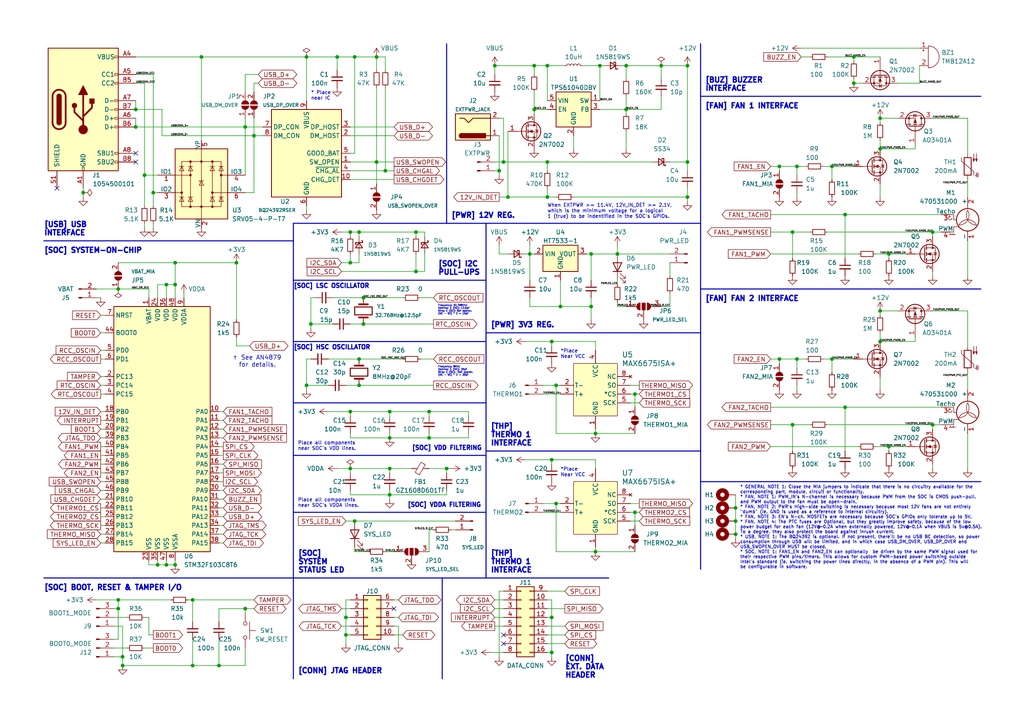
<source format=kicad_sch>
(kicad_sch (version 20211123) (generator eeschema)
  (paper "A4")
  (junction (at 120.65 78.74))
  (junction (at 171.45 88.9))
  (junction (at 191.77 19.05))
  (junction (at 63.5 193.04))
  (junction (at 101.6 76.2))
  (junction (at 144.78 49.53))
  (junction (at 45.72 163.83))
  (junction (at 247.65 24.13))
  (junction (at 257.81 73.66))
  (junction (at 50.8 163.83))
  (junction (at 231.14 104.14))
  (junction (at 199.39 57.15))
  (junction (at 71.12 176.53))
  (junction (at 255.27 43.18))
  (junction (at 113.03 119.38))
  (junction (at 129.54 135.89))
  (junction (at 255.27 90.17))
  (junction (at 104.14 104.14))
  (junction (at 101.6 67.31))
  (junction (at 245.11 62.23))
  (junction (at 229.87 67.31))
  (junction (at 104.14 67.31))
  (junction (at 172.72 125.73))
  (junction (at 231.14 48.26))
  (junction (at 39.37 36.83))
  (junction (at 105.41 86.36))
  (junction (at 102.87 16.51))
  (junction (at 48.26 163.83))
  (junction (at 226.06 48.26))
  (junction (at 102.87 151.13))
  (junction (at 158.75 46.99))
  (junction (at 270.51 67.31))
  (junction (at 173.99 19.05))
  (junction (at 71.12 36.83))
  (junction (at 100.33 184.15))
  (junction (at 44.45 55.88))
  (junction (at 226.06 104.14))
  (junction (at 104.14 111.76))
  (junction (at 171.45 73.66))
  (junction (at 35.56 193.04))
  (junction (at 161.29 111.76))
  (junction (at 160.02 189.23))
  (junction (at 109.22 16.51))
  (junction (at 50.8 76.2))
  (junction (at 213.36 154.94))
  (junction (at 153.67 73.66))
  (junction (at 181.61 31.75))
  (junction (at 34.29 176.53))
  (junction (at 50.8 82.55))
  (junction (at 247.65 16.51))
  (junction (at 90.17 93.98))
  (junction (at 73.66 39.37))
  (junction (at 257.81 129.54))
  (junction (at 161.29 146.05))
  (junction (at 245.11 118.11))
  (junction (at 241.3 104.14))
  (junction (at 199.39 46.99))
  (junction (at 213.36 151.13))
  (junction (at 184.15 114.3))
  (junction (at 24.13 55.88))
  (junction (at 34.29 173.99))
  (junction (at 229.87 123.19))
  (junction (at 154.94 19.05))
  (junction (at 113.03 135.89))
  (junction (at 55.88 173.99))
  (junction (at 160.02 99.06))
  (junction (at 143.51 19.05))
  (junction (at 88.9 111.76))
  (junction (at 179.07 73.66))
  (junction (at 100.33 179.07))
  (junction (at 270.51 123.19))
  (junction (at 120.65 67.31))
  (junction (at 113.03 127))
  (junction (at 55.88 193.04))
  (junction (at 184.15 148.59))
  (junction (at 160.02 179.07))
  (junction (at 241.3 48.26))
  (junction (at 101.6 135.89))
  (junction (at 162.56 88.9))
  (junction (at 41.91 50.8))
  (junction (at 255.27 34.29))
  (junction (at 199.39 19.05))
  (junction (at 213.36 147.32))
  (junction (at 124.46 119.38))
  (junction (at 124.46 127))
  (junction (at 113.03 143.51))
  (junction (at 158.75 57.15))
  (junction (at 154.94 31.75))
  (junction (at 39.37 31.75))
  (junction (at 101.6 119.38))
  (junction (at 147.32 57.15))
  (junction (at 160.02 133.35))
  (junction (at 181.61 19.05))
  (junction (at 111.76 49.53))
  (junction (at 34.29 83.82))
  (junction (at 146.05 46.99))
  (junction (at 172.72 160.02))
  (junction (at 58.42 16.51))
  (junction (at 35.56 190.5))
  (junction (at 109.22 46.99))
  (junction (at 255.27 99.06))
  (junction (at 105.41 93.98))
  (junction (at 68.58 76.2))
  (junction (at 88.9 16.51))
  (junction (at 48.26 82.55))
  (junction (at 158.75 19.05))
  (junction (at 97.79 16.51))
  (no_connect (at 146.05 184.15))
  (no_connect (at 146.05 186.69))
  (no_connect (at 39.37 44.45))
  (no_connect (at 16.51 54.61))
  (no_connect (at 39.37 46.99))
  (no_connect (at 114.3 176.53))
  (wire (pts (xy 168.91 19.05) (xy 173.99 19.05)))
  (wire (pts (xy 240.03 67.31) (xy 270.51 67.31)))
  (wire (pts (xy 113.03 135.89) (xy 113.03 137.16)))
  (wire (pts (xy 116.84 86.36) (xy 105.41 86.36)))
  (wire (pts (xy 213.36 156.21) (xy 213.36 154.94)))
  (wire (pts (xy 64.77 119.38) (xy 63.5 119.38)))
  (wire (pts (xy 143.51 49.53) (xy 144.78 49.53)))
  (wire (pts (xy 171.45 73.66) (xy 171.45 81.28)))
  (wire (pts (xy 173.99 19.05) (xy 175.26 19.05)))
  (wire (pts (xy 143.51 46.99) (xy 146.05 46.99)))
  (wire (pts (xy 99.06 181.61) (xy 101.6 181.61)))
  (wire (pts (xy 64.77 137.16) (xy 63.5 137.16)))
  (wire (pts (xy 171.45 86.36) (xy 171.45 88.9)))
  (wire (pts (xy 184.15 148.59) (xy 184.15 152.4)))
  (wire (pts (xy 245.11 118.11) (xy 245.11 130.81)))
  (wire (pts (xy 74.93 21.59) (xy 71.12 21.59)))
  (wire (pts (xy 101.6 142.24) (xy 101.6 143.51)))
  (wire (pts (xy 270.51 135.89) (xy 270.51 134.62)))
  (wire (pts (xy 116.84 104.14) (xy 104.14 104.14)))
  (wire (pts (xy 29.21 114.3) (xy 30.48 114.3)))
  (wire (pts (xy 46.99 31.75) (xy 39.37 31.75)))
  (wire (pts (xy 270.51 67.31) (xy 273.05 67.31)))
  (wire (pts (xy 27.94 173.99) (xy 34.29 173.99)))
  (wire (pts (xy 39.37 16.51) (xy 58.42 16.51)))
  (wire (pts (xy 241.3 104.14) (xy 241.3 107.95)))
  (wire (pts (xy 226.06 48.26) (xy 231.14 48.26)))
  (wire (pts (xy 29.21 157.48) (xy 30.48 157.48)))
  (wire (pts (xy 104.14 67.31) (xy 101.6 67.31)))
  (wire (pts (xy 45.72 82.55) (xy 48.26 82.55)))
  (wire (pts (xy 152.4 73.66) (xy 153.67 73.66)))
  (wire (pts (xy 181.61 27.94) (xy 181.61 31.75)))
  (wire (pts (xy 102.87 160.02) (xy 102.87 158.75)))
  (wire (pts (xy 101.6 76.2) (xy 104.14 76.2)))
  (wire (pts (xy 104.14 73.66) (xy 104.14 76.2)))
  (wire (pts (xy 257.81 129.54) (xy 257.81 130.81)))
  (wire (pts (xy 41.91 50.8) (xy 41.91 59.69)))
  (wire (pts (xy 270.51 123.19) (xy 273.05 123.19)))
  (wire (pts (xy 88.9 113.03) (xy 88.9 111.76)))
  (wire (pts (xy 125.73 153.67) (xy 124.46 153.67)))
  (wire (pts (xy 223.52 123.19) (xy 229.87 123.19)))
  (wire (pts (xy 63.5 144.78) (xy 64.77 144.78)))
  (wire (pts (xy 55.88 193.04) (xy 35.56 193.04)))
  (wire (pts (xy 191.77 31.75) (xy 181.61 31.75)))
  (wire (pts (xy 101.6 127) (xy 113.03 127)))
  (wire (pts (xy 111.76 160.02) (xy 114.3 160.02)))
  (wire (pts (xy 255.27 43.18) (xy 265.43 43.18)))
  (wire (pts (xy 240.03 16.51) (xy 247.65 16.51)))
  (wire (pts (xy 266.7 19.05) (xy 266.7 24.13)))
  (wire (pts (xy 41.91 64.77) (xy 41.91 66.04)))
  (wire (pts (xy 68.58 97.79) (xy 68.58 100.33)))
  (wire (pts (xy 153.67 88.9) (xy 162.56 88.9)))
  (wire (pts (xy 88.9 60.96) (xy 88.9 59.69)))
  (wire (pts (xy 223.52 129.54) (xy 248.92 129.54)))
  (wire (pts (xy 255.27 34.29) (xy 255.27 35.56)))
  (wire (pts (xy 64.77 129.54) (xy 63.5 129.54)))
  (wire (pts (xy 270.51 34.29) (xy 280.67 34.29)))
  (wire (pts (xy 154.94 31.75) (xy 158.75 31.75)))
  (wire (pts (xy 33.02 187.96) (xy 36.83 187.96)))
  (polyline (pts (xy 85.09 132.08) (xy 140.97 132.08)) (stroke (width 0.3) (type solid)))
  (wire (pts (xy 124.46 119.38) (xy 113.03 119.38)))
  (wire (pts (xy 172.72 101.6) (xy 172.72 99.06)))
  (wire (pts (xy 179.07 88.9) (xy 181.61 88.9)))
  (wire (pts (xy 101.6 46.99) (xy 109.22 46.99)))
  (wire (pts (xy 27.94 83.82) (xy 34.29 83.82)))
  (wire (pts (xy 158.75 19.05) (xy 158.75 29.21)))
  (wire (pts (xy 100.33 173.99) (xy 101.6 173.99)))
  (wire (pts (xy 113.03 119.38) (xy 113.03 120.65)))
  (wire (pts (xy 73.66 39.37) (xy 73.66 55.88)))
  (wire (pts (xy 99.06 176.53) (xy 101.6 176.53)))
  (wire (pts (xy 231.14 48.26) (xy 231.14 50.8)))
  (wire (pts (xy 162.56 88.9) (xy 162.56 81.28)))
  (wire (pts (xy 191.77 19.05) (xy 181.61 19.05)))
  (wire (pts (xy 24.13 57.15) (xy 24.13 55.88)))
  (wire (pts (xy 88.9 111.76) (xy 95.25 111.76)))
  (wire (pts (xy 158.75 179.07) (xy 160.02 179.07)))
  (wire (pts (xy 64.77 134.62) (xy 63.5 134.62)))
  (wire (pts (xy 29.21 91.44) (xy 30.48 91.44)))
  (wire (pts (xy 43.18 179.07) (xy 43.18 184.15)))
  (wire (pts (xy 232.41 13.97) (xy 266.7 13.97)))
  (wire (pts (xy 29.21 142.24) (xy 30.48 142.24)))
  (wire (pts (xy 99.06 67.31) (xy 101.6 67.31)))
  (wire (pts (xy 160.02 190.5) (xy 160.02 189.23)))
  (wire (pts (xy 255.27 113.03) (xy 255.27 109.22)))
  (wire (pts (xy 120.65 68.58) (xy 120.65 67.31)))
  (wire (pts (xy 115.57 181.61) (xy 114.3 181.61)))
  (wire (pts (xy 245.11 62.23) (xy 245.11 74.93)))
  (wire (pts (xy 113.03 143.51) (xy 129.54 143.51)))
  (wire (pts (xy 73.66 34.29) (xy 73.66 39.37)))
  (wire (pts (xy 96.52 86.36) (xy 105.41 86.36)))
  (wire (pts (xy 113.03 142.24) (xy 113.03 143.51)))
  (wire (pts (xy 45.72 55.88) (xy 44.45 55.88)))
  (wire (pts (xy 102.87 16.51) (xy 109.22 16.51)))
  (wire (pts (xy 179.07 71.12) (xy 179.07 73.66)))
  (polyline (pts (xy 128.27 167.64) (xy 128.27 196.85)) (stroke (width 0.3) (type solid)))
  (wire (pts (xy 125.73 104.14) (xy 121.92 104.14)))
  (wire (pts (xy 171.45 73.66) (xy 179.07 73.66)))
  (wire (pts (xy 185.42 151.13) (xy 182.88 151.13)))
  (wire (pts (xy 46.99 39.37) (xy 46.99 31.75)))
  (wire (pts (xy 104.14 111.76) (xy 125.73 111.76)))
  (wire (pts (xy 64.77 147.32) (xy 63.5 147.32)))
  (wire (pts (xy 255.27 90.17) (xy 255.27 91.44)))
  (wire (pts (xy 199.39 58.42) (xy 199.39 57.15)))
  (wire (pts (xy 104.14 67.31) (xy 104.14 68.58)))
  (wire (pts (xy 135.89 120.65) (xy 135.89 119.38)))
  (wire (pts (xy 144.78 73.66) (xy 147.32 73.66)))
  (wire (pts (xy 64.77 132.08) (xy 63.5 132.08)))
  (wire (pts (xy 43.18 163.83) (xy 45.72 163.83)))
  (wire (pts (xy 101.6 125.73) (xy 101.6 127)))
  (wire (pts (xy 29.21 139.7) (xy 30.48 139.7)))
  (wire (pts (xy 280.67 57.15) (xy 280.67 52.07)))
  (polyline (pts (xy 85.09 64.77) (xy 203.2 64.77)) (stroke (width 0.3) (type solid)))
  (wire (pts (xy 247.65 16.51) (xy 247.65 17.78)))
  (wire (pts (xy 257.81 129.54) (xy 262.89 129.54)))
  (wire (pts (xy 41.91 187.96) (xy 44.45 187.96)))
  (polyline (pts (xy 203.2 12.7) (xy 203.2 165.1)) (stroke (width 0.3) (type solid)))
  (wire (pts (xy 270.51 67.31) (xy 270.51 68.58)))
  (wire (pts (xy 185.42 111.76) (xy 182.88 111.76)))
  (wire (pts (xy 71.12 176.53) (xy 73.66 176.53)))
  (wire (pts (xy 74.93 24.13) (xy 73.66 24.13)))
  (wire (pts (xy 185.42 148.59) (xy 184.15 148.59)))
  (wire (pts (xy 240.03 123.19) (xy 270.51 123.19)))
  (wire (pts (xy 101.6 93.98) (xy 105.41 93.98)))
  (wire (pts (xy 58.42 40.64) (xy 58.42 16.51)))
  (wire (pts (xy 181.61 38.1) (xy 181.61 43.18)))
  (wire (pts (xy 29.21 154.94) (xy 30.48 154.94)))
  (wire (pts (xy 172.72 133.35) (xy 160.02 133.35)))
  (wire (pts (xy 194.31 76.2) (xy 194.31 80.01)))
  (wire (pts (xy 39.37 29.21) (xy 39.37 31.75)))
  (wire (pts (xy 143.51 19.05) (xy 143.51 21.59)))
  (wire (pts (xy 172.72 135.89) (xy 172.72 133.35)))
  (wire (pts (xy 223.52 48.26) (xy 226.06 48.26)))
  (wire (pts (xy 106.68 160.02) (xy 102.87 160.02)))
  (wire (pts (xy 223.52 104.14) (xy 226.06 104.14)))
  (wire (pts (xy 99.06 76.2) (xy 101.6 76.2)))
  (wire (pts (xy 45.72 163.83) (xy 45.72 162.56)))
  (wire (pts (xy 226.06 104.14) (xy 226.06 105.41)))
  (wire (pts (xy 124.46 120.65) (xy 124.46 119.38)))
  (wire (pts (xy 158.75 46.99) (xy 158.75 49.53)))
  (wire (pts (xy 143.51 173.99) (xy 146.05 173.99)))
  (wire (pts (xy 199.39 19.05) (xy 191.77 19.05)))
  (wire (pts (xy 64.77 154.94) (xy 63.5 154.94)))
  (wire (pts (xy 143.51 19.05) (xy 154.94 19.05)))
  (wire (pts (xy 101.6 68.58) (xy 101.6 67.31)))
  (wire (pts (xy 153.67 73.66) (xy 153.67 81.28)))
  (wire (pts (xy 229.87 123.19) (xy 229.87 130.81)))
  (wire (pts (xy 29.21 137.16) (xy 30.48 137.16)))
  (wire (pts (xy 113.03 127) (xy 124.46 127)))
  (wire (pts (xy 101.6 52.07) (xy 114.3 52.07)))
  (wire (pts (xy 160.02 179.07) (xy 160.02 189.23)))
  (wire (pts (xy 29.21 109.22) (xy 30.48 109.22)))
  (wire (pts (xy 97.79 16.51) (xy 97.79 20.32)))
  (wire (pts (xy 158.75 176.53) (xy 163.83 176.53)))
  (wire (pts (xy 255.27 90.17) (xy 260.35 90.17)))
  (wire (pts (xy 123.19 67.31) (xy 120.65 67.31)))
  (wire (pts (xy 179.07 81.28) (xy 179.07 82.55)))
  (wire (pts (xy 29.21 149.86) (xy 30.48 149.86)))
  (wire (pts (xy 111.76 49.53) (xy 114.3 49.53)))
  (wire (pts (xy 179.07 88.9) (xy 179.07 87.63)))
  (wire (pts (xy 41.91 50.8) (xy 45.72 50.8)))
  (wire (pts (xy 29.21 144.78) (xy 30.48 144.78)))
  (wire (pts (xy 100.33 179.07) (xy 101.6 179.07)))
  (wire (pts (xy 68.58 76.2) (xy 50.8 76.2)))
  (wire (pts (xy 34.29 173.99) (xy 49.53 173.99)))
  (polyline (pts (xy 85.09 81.28) (xy 140.97 81.28)) (stroke (width 0.3) (type solid)))
  (wire (pts (xy 63.5 193.04) (xy 71.12 193.04)))
  (wire (pts (xy 166.37 57.15) (xy 199.39 57.15)))
  (wire (pts (xy 160.02 133.35) (xy 160.02 134.62)))
  (wire (pts (xy 39.37 24.13) (xy 41.91 24.13)))
  (wire (pts (xy 90.17 93.98) (xy 90.17 86.36)))
  (wire (pts (xy 158.75 181.61) (xy 163.83 181.61)))
  (wire (pts (xy 166.37 43.18) (xy 166.37 39.37)))
  (wire (pts (xy 99.06 78.74) (xy 120.65 78.74)))
  (wire (pts (xy 229.87 67.31) (xy 229.87 74.93)))
  (wire (pts (xy 63.5 193.04) (xy 55.88 193.04)))
  (wire (pts (xy 223.52 118.11) (xy 245.11 118.11)))
  (wire (pts (xy 44.45 21.59) (xy 44.45 55.88)))
  (wire (pts (xy 144.78 49.53) (xy 144.78 50.8)))
  (wire (pts (xy 255.27 57.15) (xy 255.27 53.34)))
  (wire (pts (xy 247.65 16.51) (xy 255.27 16.51)))
  (wire (pts (xy 101.6 39.37) (xy 114.3 39.37)))
  (wire (pts (xy 265.43 41.91) (xy 265.43 43.18)))
  (wire (pts (xy 90.17 86.36) (xy 91.44 86.36)))
  (wire (pts (xy 29.21 147.32) (xy 30.48 147.32)))
  (wire (pts (xy 76.2 39.37) (xy 73.66 39.37)))
  (wire (pts (xy 41.91 24.13) (xy 41.91 50.8)))
  (wire (pts (xy 29.21 127) (xy 30.48 127)))
  (wire (pts (xy 71.12 187.96) (xy 71.12 193.04)))
  (wire (pts (xy 63.5 176.53) (xy 71.12 176.53)))
  (polyline (pts (xy 85.09 167.64) (xy 176.53 167.64)) (stroke (width 0.3) (type solid)))
  (wire (pts (xy 39.37 36.83) (xy 71.12 36.83)))
  (wire (pts (xy 158.75 46.99) (xy 189.23 46.99)))
  (wire (pts (xy 135.89 125.73) (xy 135.89 127)))
  (wire (pts (xy 48.26 82.55) (xy 48.26 86.36)))
  (wire (pts (xy 157.48 114.3) (xy 162.56 114.3)))
  (wire (pts (xy 120.65 78.74) (xy 123.19 78.74)))
  (wire (pts (xy 185.42 146.05) (xy 182.88 146.05)))
  (wire (pts (xy 88.9 104.14) (xy 90.17 104.14)))
  (wire (pts (xy 157.48 111.76) (xy 161.29 111.76)))
  (wire (pts (xy 50.8 82.55) (xy 48.26 82.55)))
  (wire (pts (xy 255.27 99.06) (xy 265.43 99.06)))
  (wire (pts (xy 64.77 121.92) (xy 63.5 121.92)))
  (wire (pts (xy 71.12 36.83) (xy 71.12 50.8)))
  (wire (pts (xy 171.45 73.66) (xy 170.18 73.66)))
  (wire (pts (xy 226.06 104.14) (xy 231.14 104.14)))
  (wire (pts (xy 153.67 73.66) (xy 154.94 73.66)))
  (wire (pts (xy 163.83 19.05) (xy 158.75 19.05)))
  (wire (pts (xy 241.3 104.14) (xy 247.65 104.14)))
  (wire (pts (xy 179.07 73.66) (xy 194.31 73.66)))
  (wire (pts (xy 153.67 86.36) (xy 153.67 88.9)))
  (wire (pts (xy 72.39 100.33) (xy 68.58 100.33)))
  (wire (pts (xy 173.99 19.05) (xy 173.99 29.21)))
  (wire (pts (xy 64.77 157.48) (xy 63.5 157.48)))
  (wire (pts (xy 160.02 173.99) (xy 160.02 179.07)))
  (wire (pts (xy 185.42 116.84) (xy 182.88 116.84)))
  (wire (pts (xy 213.36 151.13) (xy 213.36 147.32)))
  (wire (pts (xy 257.81 73.66) (xy 262.89 73.66)))
  (wire (pts (xy 144.78 71.12) (xy 144.78 73.66)))
  (wire (pts (xy 181.61 19.05) (xy 181.61 22.86)))
  (wire (pts (xy 63.5 185.42) (xy 63.5 193.04)))
  (wire (pts (xy 64.77 152.4) (xy 63.5 152.4)))
  (wire (pts (xy 161.29 125.73) (xy 172.72 125.73)))
  (wire (pts (xy 158.75 54.61) (xy 158.75 57.15)))
  (wire (pts (xy 184.15 114.3) (xy 182.88 114.3)))
  (wire (pts (xy 45.72 163.83) (xy 48.26 163.83)))
  (wire (pts (xy 100.33 184.15) (xy 101.6 184.15)))
  (wire (pts (xy 171.45 92.71) (xy 171.45 88.9)))
  (wire (pts (xy 199.39 19.05) (xy 199.39 46.99)))
  (wire (pts (xy 53.34 85.09) (xy 53.34 86.36)))
  (polyline (pts (xy 85.09 99.06) (xy 140.97 99.06)) (stroke (width 0.3) (type solid)))
  (wire (pts (xy 97.79 135.89) (xy 101.6 135.89)))
  (wire (pts (xy 43.18 163.83) (xy 43.18 162.56)))
  (polyline (pts (xy 85.09 148.59) (xy 140.97 148.59)) (stroke (width 0.3) (type solid)))
  (wire (pts (xy 231.14 104.14) (xy 233.68 104.14)))
  (wire (pts (xy 64.77 149.86) (xy 63.5 149.86)))
  (wire (pts (xy 63.5 180.34) (xy 63.5 176.53)))
  (wire (pts (xy 100.33 186.69) (xy 100.33 184.15)))
  (wire (pts (xy 73.66 173.99) (xy 55.88 173.99)))
  (wire (pts (xy 147.32 57.15) (xy 158.75 57.15)))
  (wire (pts (xy 45.72 82.55) (xy 45.72 86.36)))
  (wire (pts (xy 255.27 96.52) (xy 255.27 99.06)))
  (wire (pts (xy 143.51 179.07) (xy 146.05 179.07)))
  (wire (pts (xy 158.75 189.23) (xy 160.02 189.23)))
  (wire (pts (xy 114.3 173.99) (xy 115.57 173.99)))
  (wire (pts (xy 101.6 49.53) (xy 111.76 49.53)))
  (polyline (pts (xy 12.7 69.85) (xy 85.09 69.85)) (stroke (width 0.3) (type solid)))
  (wire (pts (xy 231.14 111.76) (xy 231.14 113.03)))
  (wire (pts (xy 43.18 83.82) (xy 43.18 86.36)))
  (wire (pts (xy 113.03 125.73) (xy 113.03 127)))
  (wire (pts (xy 104.14 67.31) (xy 120.65 67.31)))
  (wire (pts (xy 54.61 173.99) (xy 55.88 173.99)))
  (wire (pts (xy 162.56 88.9) (xy 171.45 88.9)))
  (wire (pts (xy 245.11 118.11) (xy 273.05 118.11)))
  (wire (pts (xy 63.5 124.46) (xy 64.77 124.46)))
  (wire (pts (xy 161.29 111.76) (xy 161.29 125.73)))
  (wire (pts (xy 144.78 171.45) (xy 144.78 190.5)))
  (wire (pts (xy 191.77 27.94) (xy 191.77 31.75)))
  (wire (pts (xy 226.06 48.26) (xy 226.06 49.53)))
  (wire (pts (xy 101.6 119.38) (xy 101.6 120.65)))
  (wire (pts (xy 144.78 34.29) (xy 146.05 34.29)))
  (wire (pts (xy 48.26 163.83) (xy 48.26 162.56)))
  (wire (pts (xy 29.21 124.46) (xy 30.48 124.46)))
  (wire (pts (xy 29.21 119.38) (xy 30.48 119.38)))
  (wire (pts (xy 231.14 104.14) (xy 231.14 106.68)))
  (wire (pts (xy 105.41 93.98) (xy 125.73 93.98)))
  (wire (pts (xy 247.65 24.13) (xy 250.19 24.13)))
  (wire (pts (xy 213.36 154.94) (xy 213.36 151.13)))
  (wire (pts (xy 199.39 46.99) (xy 199.39 49.53)))
  (wire (pts (xy 55.88 185.42) (xy 55.88 193.04)))
  (wire (pts (xy 153.67 71.12) (xy 153.67 73.66)))
  (wire (pts (xy 120.65 73.66) (xy 120.65 78.74)))
  (wire (pts (xy 146.05 34.29) (xy 146.05 46.99)))
  (wire (pts (xy 130.81 153.67) (xy 132.08 153.67)))
  (wire (pts (xy 124.46 153.67) (xy 124.46 160.02)))
  (wire (pts (xy 29.21 104.14) (xy 30.48 104.14)))
  (wire (pts (xy 270.51 123.19) (xy 270.51 124.46)))
  (wire (pts (xy 266.7 24.13) (xy 260.35 24.13)))
  (wire (pts (xy 100.33 184.15) (xy 100.33 179.07)))
  (wire (pts (xy 111.76 25.4) (xy 111.76 49.53)))
  (wire (pts (xy 44.45 55.88) (xy 44.45 59.69)))
  (wire (pts (xy 129.54 137.16) (xy 129.54 135.89)))
  (wire (pts (xy 113.03 119.38) (xy 101.6 119.38)))
  (wire (pts (xy 34.29 176.53) (xy 34.29 185.42)))
  (wire (pts (xy 35.56 190.5) (xy 35.56 193.04)))
  (wire (pts (xy 157.48 146.05) (xy 161.29 146.05)))
  (wire (pts (xy 113.03 135.89) (xy 119.38 135.89)))
  (wire (pts (xy 29.21 111.76) (xy 30.48 111.76)))
  (wire (pts (xy 223.52 67.31) (xy 229.87 67.31)))
  (wire (pts (xy 158.75 171.45) (xy 163.83 171.45)))
  (wire (pts (xy 39.37 21.59) (xy 44.45 21.59)))
  (wire (pts (xy 191.77 19.05) (xy 191.77 22.86)))
  (wire (pts (xy 257.81 73.66) (xy 257.81 74.93)))
  (wire (pts (xy 143.51 176.53) (xy 146.05 176.53)))
  (wire (pts (xy 100.33 151.13) (xy 102.87 151.13)))
  (wire (pts (xy 71.12 21.59) (xy 71.12 26.67)))
  (wire (pts (xy 223.52 73.66) (xy 248.92 73.66)))
  (wire (pts (xy 129.54 142.24) (xy 129.54 143.51)))
  (wire (pts (xy 71.12 177.8) (xy 71.12 176.53)))
  (wire (pts (xy 238.76 104.14) (xy 241.3 104.14)))
  (wire (pts (xy 172.72 99.06) (xy 160.02 99.06)))
  (wire (pts (xy 63.5 127) (xy 64.77 127)))
  (wire (pts (xy 123.19 68.58) (xy 123.19 67.31)))
  (wire (pts (xy 146.05 46.99) (xy 158.75 46.99)))
  (wire (pts (xy 73.66 39.37) (xy 46.99 39.37)))
  (polyline (pts (xy 85.09 69.85) (xy 85.09 71.12)))
  (polyline (pts (xy 203.2 139.7) (xy 284.48 139.7)) (stroke (width 0.3) (type solid)))
  (wire (pts (xy 231.14 55.88) (xy 231.14 57.15)))
  (wire (pts (xy 29.21 101.6) (xy 30.48 101.6)))
  (wire (pts (xy 270.51 80.01) (xy 270.51 78.74)))
  (wire (pts (xy 172.72 160.02) (xy 184.15 160.02)))
  (wire (pts (xy 44.45 64.77) (xy 44.45 66.04)))
  (wire (pts (xy 255.27 34.29) (xy 260.35 34.29)))
  (wire (pts (xy 50.8 162.56) (xy 50.8 163.83)))
  (wire (pts (xy 114.3 179.07) (xy 115.57 179.07)))
  (wire (pts (xy 104.14 104.14) (xy 95.25 104.14)))
  (wire (pts (xy 88.9 111.76) (xy 88.9 104.14)))
  (wire (pts (xy 161.29 146.05) (xy 161.29 160.02)))
  (wire (pts (xy 63.5 139.7) (xy 64.77 139.7)))
  (wire (pts (xy 97.79 16.51) (xy 102.87 16.51)))
  (wire (pts (xy 48.26 163.83) (xy 50.8 163.83)))
  (wire (pts (xy 125.73 86.36) (xy 121.92 86.36)))
  (wire (pts (xy 29.21 121.92) (xy 30.48 121.92)))
  (wire (pts (xy 90.17 95.25) (xy 90.17 93.98)))
  (wire (pts (xy 55.88 173.99) (xy 55.88 180.34)))
  (wire (pts (xy 172.72 125.73) (xy 184.15 125.73)))
  (wire (pts (xy 270.51 90.17) (xy 280.67 90.17)))
  (wire (pts (xy 109.22 46.99) (xy 109.22 53.34)))
  (wire (pts (xy 34.29 83.82) (xy 43.18 83.82)))
  (wire (pts (xy 231.14 48.26) (xy 233.68 48.26)))
  (wire (pts (xy 50.8 76.2) (xy 50.8 82.55)))
  (wire (pts (xy 95.25 119.38) (xy 101.6 119.38)))
  (wire (pts (xy 255.27 40.64) (xy 255.27 43.18)))
  (polyline (pts (xy 12.7 167.64) (xy 85.09 167.64)) (stroke (width 0.3) (type solid)))
  (wire (pts (xy 157.48 148.59) (xy 162.56 148.59)))
  (wire (pts (xy 109.22 25.4) (xy 109.22 46.99)))
  (wire (pts (xy 123.19 73.66) (xy 123.19 78.74)))
  (wire (pts (xy 33.02 176.53) (xy 34.29 176.53)))
  (wire (pts (xy 280.67 69.85) (xy 280.67 80.01)))
  (wire (pts (xy 144.78 57.15) (xy 147.32 57.15)))
  (wire (pts (xy 90.17 93.98) (xy 96.52 93.98)))
  (wire (pts (xy 160.02 99.06) (xy 160.02 100.33)))
  (wire (pts (xy 71.12 55.88) (xy 73.66 55.88)))
  (wire (pts (xy 280.67 125.73) (xy 280.67 135.89)))
  (wire (pts (xy 194.31 85.09) (xy 194.31 88.9)))
  (wire (pts (xy 280.67 100.33) (xy 280.67 90.17)))
  (wire (pts (xy 185.42 114.3) (xy 184.15 114.3)))
  (wire (pts (xy 24.13 55.88) (xy 24.13 54.61)))
  (wire (pts (xy 158.75 57.15) (xy 161.29 57.15)))
  (wire (pts (xy 158.75 173.99) (xy 160.02 173.99)))
  (wire (pts (xy 33.02 181.61) (xy 35.56 181.61)))
  (wire (pts (xy 161.29 160.02) (xy 172.72 160.02)))
  (wire (pts (xy 223.52 62.23) (xy 245.11 62.23)))
  (wire (pts (xy 29.21 129.54) (xy 30.48 129.54)))
  (wire (pts (xy 152.4 133.35) (xy 160.02 133.35)))
  (wire (pts (xy 109.22 16.51) (xy 111.76 16.51)))
  (wire (pts (xy 173.99 31.75) (xy 181.61 31.75)))
  (wire (pts (xy 154.94 31.75) (xy 154.94 33.02)))
  (wire (pts (xy 194.31 88.9) (xy 191.77 88.9)))
  (wire (pts (xy 33.02 179.07) (xy 36.83 179.07)))
  (wire (pts (xy 241.3 48.26) (xy 241.3 52.07)))
  (wire (pts (xy 29.21 96.52) (xy 30.48 96.52)))
  (wire (pts (xy 232.41 16.51) (xy 234.95 16.51)))
  (wire (pts (xy 58.42 16.51) (xy 88.9 16.51)))
  (wire (pts (xy 100.33 179.07) (xy 100.33 173.99)))
  (wire (pts (xy 33.02 185.42) (xy 34.29 185.42)))
  (wire (pts (xy 39.37 34.29) (xy 39.37 36.83)))
  (wire (pts (xy 147.32 38.1) (xy 147.32 57.15)))
  (wire (pts (xy 161.29 146.05) (xy 162.56 146.05)))
  (wire (pts (xy 50.8 82.55) (xy 50.8 86.36)))
  (wire (pts (xy 29.21 132.08) (xy 30.48 132.08)))
  (wire (pts (xy 254 73.66) (xy 257.81 73.66)))
  (wire (pts (xy 109.22 16.51) (xy 109.22 20.32)))
  (wire (pts (xy 241.3 48.26) (xy 247.65 48.26)))
  (wire (pts (xy 111.76 16.51) (xy 111.76 20.32)))
  (wire (pts (xy 280.67 44.45) (xy 280.67 34.29)))
  (wire (pts (xy 101.6 135.89) (xy 101.6 137.16)))
  (wire (pts (xy 181.61 31.75) (xy 181.61 33.02)))
  (wire (pts (xy 115.57 186.69) (xy 115.57 181.61)))
  (polyline (pts (xy 203.2 27.94) (xy 284.48 27.94)) (stroke (width 0.3) (type solid)))
  (polyline (pts (xy 203.2 83.82) (xy 284.48 83.82)) (stroke (width 0.3) (type solid)))
  (wire (pts (xy 114.3 184.15) (xy 116.84 184.15)))
  (wire (pts (xy 184.15 148.59) (xy 182.88 148.59)))
  (wire (pts (xy 34.29 176.53) (xy 34.29 173.99)))
  (wire (pts (xy 158.75 186.69) (xy 163.83 186.69)))
  (wire (pts (xy 247.65 24.13) (xy 247.65 22.86)))
  (wire (pts (xy 194.31 46.99) (xy 199.39 46.99)))
  (wire (pts (xy 172.72 160.02) (xy 172.72 158.75)))
  (wire (pts (xy 63.5 142.24) (xy 64.77 142.24)))
  (wire (pts (xy 102.87 151.13) (xy 132.08 151.13)))
  (wire (pts (xy 180.34 19.05) (xy 181.61 19.05)))
  (wire (pts (xy 265.43 97.79) (xy 265.43 99.06)))
  (wire (pts (xy 124.46 135.89) (xy 129.54 135.89)))
  (wire (pts (xy 158.75 184.15) (xy 163.83 184.15)))
  (wire (pts (xy 184.15 114.3) (xy 184.15 118.11)))
  (wire (pts (xy 34.29 76.2) (xy 50.8 76.2)))
  (polyline (pts (xy 129.54 12.7) (xy 129.54 64.77)) (stroke (width 0.3) (type solid)))
  (wire (pts (xy 73.66 24.13) (xy 73.66 26.67)))
  (wire (pts (xy 101.6 143.51) (xy 113.03 143.51)))
  (wire (pts (xy 101.6 36.83) (xy 114.3 36.83)))
  (wire (pts (xy 154.94 19.05) (xy 158.75 19.05)))
  (wire (pts (xy 172.72 125.73) (xy 172.72 124.46)))
  (wire (pts (xy 102.87 16.51) (xy 102.87 44.45)))
  (wire (pts (xy 104.14 111.76) (xy 100.33 111.76)))
  (wire (pts (xy 88.9 16.51) (xy 88.9 29.21)))
  (wire (pts (xy 143.51 181.61) (xy 146.05 181.61)))
  (wire (pts (xy 154.94 26.67) (xy 154.94 31.75)))
  (wire (pts (xy 146.05 171.45) (xy 144.78 171.45)))
  (wire (pts (xy 254 129.54) (xy 257.81 129.54)))
  (wire (pts (xy 124.46 127) (xy 135.89 127)))
  (wire (pts (xy 35.56 181.61) (xy 35.56 190.5)))
  (wire (pts (xy 29.21 134.62) (xy 30.48 134.62)))
  (wire (pts (xy 119.38 162.56) (xy 119.38 163.83)))
  (wire (pts (xy 109.22 46.99) (xy 114.3 46.99)))
  (wire (pts (xy 113.03 144.78) (xy 113.03 143.51)))
  (wire (pts (xy 129.54 135.89) (xy 130.81 135.89)))
  (wire (pts (xy 154.94 19.05) (xy 154.94 21.59)))
  (polyline (pts (xy 140.97 96.52) (xy 203.2 96.52)) (stroke (width 0.3) (type solid)))
  (wire (pts (xy 135.89 119.38) (xy 124.46 119.38)))
  (wire (pts (xy 238.76 48.26) (xy 241.3 48.26)))
  (wire (pts (xy 245.11 62.23) (xy 273.05 62.23)))
  (polyline (pts (xy 140.97 130.81) (xy 203.2 130.81)) (stroke (width 0.3) (type solid)))
  (wire (pts (xy 229.87 123.19) (xy 234.95 123.19)))
  (wire (pts (xy 152.4 99.06) (xy 160.02 99.06)))
  (wire (pts (xy 229.87 67.31) (xy 234.95 67.31)))
  (polyline (pts (xy 140.97 64.77) (xy 140.97 167.64)) (stroke (width 0.3) (type solid)))
  (wire (pts (xy 199.39 57.15) (xy 199.39 54.61)))
  (wire (pts (xy 213.36 147.32) (xy 213.36 143.51)))
  (wire (pts (xy 101.6 73.66) (xy 101.6 76.2)))
  (wire (pts (xy 101.6 44.45) (xy 102.87 44.45)))
  (polyline (pts (xy 85.09 116.84) (xy 140.97 116.84)) (stroke (width 0.3) (type solid)))
  (wire (pts (xy 142.24 189.23) (xy 146.05 189.23)))
  (polyline (pts (xy 85.09 64.77) (xy 85.09 196.85)) (stroke (width 0.3) (type solid)))
  (wire (pts (xy 144.78 39.37) (xy 144.78 49.53)))
  (wire (pts (xy 41.91 179.07) (xy 43.18 179.07)))
  (wire (pts (xy 29.21 152.4) (xy 30.48 152.4)))
  (wire (pts (xy 71.12 36.83) (xy 76.2 36.83)))
  (wire (pts (xy 33.02 190.5) (xy 35.56 190.5)))
  (wire (pts (xy 280.67 113.03) (xy 280.67 107.95)))
  (wire (pts (xy 68.58 76.2) (xy 68.58 92.71)))
  (wire (pts (xy 124.46 125.73) (xy 124.46 127)))
  (wire (pts (xy 113.03 135.89) (xy 101.6 135.89)))
  (wire (pts (xy 161.29 111.76) (xy 162.56 111.76)))
  (wire (pts (xy 27.94 86.36) (xy 29.21 86.36)))
  (wire (pts (xy 43.18 184.15) (xy 44.45 184.15)))
  (wire (pts (xy 71.12 34.29) (xy 71.12 36.83)))
  (wire (pts (xy 88.9 16.51) (xy 97.79 16.51)))
  (text "* Place\nnear IC" (at 90.17 29.21 0) (effects (font (size 1 1)) (justify left bottom)))
  (text "*Place\nNear VCC" (at 162.56 104.14 0) (effects (font (size 1 1)) (justify left bottom)))
  (text "When EXTPWR >= 11.4V, 12V_IN_DET >= 2.1V,\nwhich is the minimum voltage for a logical\n1 (true) to be indentified in the SOC's GPIOs." (at 158.75 63.5 0) (effects (font (size 1 1)) (justify left bottom)))
  (text "[USB] USB\nINTERFACE" (at 12.7 68.58 0) (effects (font (size 1.5 1.5) (thickness 0.4) bold) (justify left bottom)))
  (text "[CONN]\nEXT. DATA\nHEADER" (at 163.83 196.85 0) (effects (font (size 1.5 1.5) (thickness 0.4) bold) (justify left bottom)))
  (text "↑ See AN4879\n  for details." (at 67.31 106.68 0) (effects (font (size 1.27 1.27)) (justify left bottom)))
  (text "Frequency: 32,768KHz\nNominal C (NC): 12.5pF\nStray C (SC): 5pf approx.\n(NC - SC) * 2 = 15pf" (at 127 91.44 0) (effects (font (size 0.5 0.5)) (justify left bottom)))
  (text "[PWR] 12V REG." (at 130.81 63.5 0) (effects (font (size 1.5 1.5) (thickness 0.4) bold) (justify left bottom)))
  (text "* GENERAL NOTE 1: Close the MIA jumpers to indicate that there is no circuitry available for the\ncorresponding part, module, circuit or functionality.\n* FAN, NOTE 1: PWM_IN's N-channel is necessary because PWM from the SOC is CMOS push-pull,\nand PWM output to the fan must be open-drain.\n* FAN, NOTE 2: PWR's High-side switching is necessary because most 12V fans are not entirely\n\"dumb\" (ie. GND is used as a reference to internal circuitry).\n* FAN, NOTE 3: EN's N-ch. MOSFETs are necessary because SOC's GPIOs only tolerate up to 5V.\n* FAN, NOTE 4: The PTC fuses are Optional, but they greatly improve safety, because of the low\npower budget for each fan (12V@~0.2A when externally powered, 12V@~0.1A when VBUS is 5v@0.5A).\nTo a degree, they also protect the board against inrush current.\n* USB, NOTE 1: The BQ24392 is optional. If not present, there'll be no USB BC detection, so power\nconsumption through USB will be limited, and in which case USB_DM_OVER, USB_DP_OVER and\nUSB_SWOPEN_OVER MUST be closed.\n* SOC, NOTE 1: FAN1_EN and FAN2_EN can optionally  be driven by the same PWM signal used for\ntheir respective PWM pins/timers. This allows for custom PWM-based power switching outside\nIntel's standard (ie. switching the power lines directly, in the absence of a PWM pin). This will\nbe configurable in software." (at 214.63 165.1 0) (effects (font (size 0.9 0.9)) (justify left bottom)))
  (text "[FAN] FAN 2 INTERFACE" (at 204.47 87.63 0) (effects (font (size 1.5 1.5) (thickness 0.4) bold) (justify left bottom)))
  (text "Place all components\nnear SOC's VDD lines." (at 86.36 130.81 0) (effects (font (size 1 1)) (justify left bottom)))
  (text "[FAN] FAN 1 INTERFACE" (at 204.47 31.75 0) (effects (font (size 1.5 1.5) (thickness 0.4) bold) (justify left bottom)))
  (text "[SOC] LSC OSCILLATOR" (at 85.09 83.82 0) (effects (font (size 1.25 1.25) (thickness 0.4) bold) (justify left bottom)))
  (text "[SOC]\nSYSTEM\nSTATUS LED" (at 86.36 166.37 0) (effects (font (size 1.5 1.5) (thickness 0.4) bold) (justify left bottom)))
  (text "[THP]\nTHERMO 1\nINTERFACE" (at 142.24 166.37 0) (effects (font (size 1.5 1.5) (thickness 0.4) bold) (justify left bottom)))
  (text "*Place\nNear VCC" (at 162.56 138.43 0) (effects (font (size 1 1)) (justify left bottom)))
  (text "Place all components\nnear SOC's VDDA lines." (at 86.36 147.32 0) (effects (font (size 1 1)) (justify left bottom)))
  (text "[SOC] SYSTEM-ON-CHIP" (at 12.7 73.66 0) (effects (font (size 1.5 1.5) (thickness 0.4) bold) (justify left bottom)))
  (text "[THP]\nTHERMO 1\nINTERFACE" (at 142.24 129.54 0) (effects (font (size 1.5 1.5) (thickness 0.4) bold) (justify left bottom)))
  (text "[SOC] BOOT, RESET & TAMPER I/O" (at 12.7 171.45 0) (effects (font (size 1.5 1.5) (thickness 0.4) bold) (justify left bottom)))
  (text "[CONN] JTAG HEADER" (at 86.36 195.58 0) (effects (font (size 1.5 1.5) (thickness 0.4) bold) (justify left bottom)))
  (text "[SOC] I2C\nPULL-UPS" (at 127 80.01 0) (effects (font (size 1.5 1.5) (thickness 0.4) bold) (justify left bottom)))
  (text "Frequency: 8MHz\nNominal C (NC): 20pF\nStray C (SC): ~5pf approx.\n(NC - SC) * 2 = 30pf" (at 127 109.22 0) (effects (font (size 0.5 0.5)) (justify left bottom)))
  (text "[BUZ] BUZZER\nINTERFACE" (at 204.47 26.67 0) (effects (font (size 1.5 1.5) (thickness 0.4) bold) (justify left bottom)))
  (text "[SOC] VDDA FILTERING" (at 118.11 147.32 0) (effects (font (size 1.25 1.25) (thickness 0.4) bold) (justify left bottom)))
  (text "[PWR] 3V3 REG." (at 142.24 95.25 0) (effects (font (size 1.5 1.5) (thickness 0.4) bold) (justify left bottom)))
  (text "[SOC] VDD FILTERING" (at 119.38 130.81 0) (effects (font (size 1.25 1.25) (thickness 0.4) bold) (justify left bottom)))
  (text "[SOC] HSC OSCILLATOR" (at 85.09 101.6 0) (effects (font (size 1.25 1.25) (thickness 0.4) bold) (justify left bottom)))
  (label "SYSLED_R_INT" (at 111.76 160.02 0) (effects (font (size 0.5 0.5))))
  (label "BUZZ_NMOS_EN" (at 245.11 16.51 0) (effects (font (size 0.5 0.5))))
  (label "BUCK_EN" (at 154.94 31.75 0) (effects (font (size 0.5 0.5))))
  (label "SOC_LSC_OSC_OUT" (at 105.41 86.36 0) (effects (font (size 0.5 0.5))))
  (label "THERMO1_IN+" (at 157.48 114.3 0) (effects (font (size 0.5 0.5))))
  (label "FAN2PWR_PMOS_EN" (at 255.27 99.06 0) (effects (font (size 0.5 0.5))))
  (label "FAN2PWR_PMOS_OUT" (at 270.51 90.17 0) (effects (font (size 0.5 0.5))))
  (label "VBAT_OR_3V3" (at 38.1 83.82 0) (effects (font (size 0.5 0.5))))
  (label "FAN1PWM_NMOS_OUT" (at 270.51 67.31 180) (effects (font (size 0.5 0.5))))
  (label "SYSLED_R_EXT" (at 125.73 153.67 180) (effects (font (size 0.5 0.5))))
  (label "BUCK_SW" (at 173.99 29.21 0) (effects (font (size 0.5 0.5))))
  (label "USBCONN_CC2" (at 39.37 24.13 0) (effects (font (size 0.5 0.5))))
  (label "FAN2PWM_NMOS_EN" (at 255.27 129.54 0) (effects (font (size 0.5 0.5))))
  (label "THERMO2_IN+" (at 157.48 148.59 0) (effects (font (size 0.5 0.5))))
  (label "FAN1PWR_PMOS_OUT" (at 270.51 34.29 0) (effects (font (size 0.5 0.5))))
  (label "FAN2PWR_PTC_OUT" (at 280.67 109.22 180) (effects (font (size 0.5 0.5))))
  (label "PWRLED_R_INT" (at 179.07 88.9 0) (effects (font (size 0.5 0.5))))
  (label "FAN1PWM_NMOS_EN" (at 255.27 73.66 0) (effects (font (size 0.5 0.5))))
  (label "FAN1PWR_NMOS_EN" (at 241.3 48.26 0) (effects (font (size 0.5 0.5))))
  (label "BUZZ_NMOS_OUT" (at 266.7 24.13 0) (effects (font (size 0.5 0.5))))
  (label "USBCONN_D-" (at 49.53 39.37 0) (effects (font (size 0.5 0.5))))
  (label "SOC_HSC_OSC_OUT" (at 110.49 104.14 0) (effects (font (size 0.5 0.5))))
  (label "SYSLED_LED" (at 102.87 160.02 0) (effects (font (size 0.5 0.5))))
  (label "PWRLED_LED" (at 179.07 82.55 180) (effects (font (size 0.5 0.5))))
  (label "FAN1PWR_PTC_OUT" (at 280.67 53.34 180) (effects (font (size 0.5 0.5))))
  (label "PWRLED_R_EXT" (at 194.31 88.9 180) (effects (font (size 0.5 0.5))))
  (label "USBCONN_D+" (at 49.53 36.83 0) (effects (font (size 0.5 0.5))))
  (label "FAN2PWR_NMOS_EN" (at 241.3 104.14 0) (effects (font (size 0.5 0.5))))
  (label "BUCK_FB" (at 181.61 31.75 0) (effects (font (size 0.5 0.5))))
  (label "FAN2PWM_NMOS_OUT" (at 270.51 123.19 180) (effects (font (size 0.5 0.5))))
  (label "USBCONN_CC1" (at 39.37 21.59 0) (effects (font (size 0.5 0.5))))
  (label "FAN1PWR_PMOS_EN" (at 255.27 43.18 0) (effects (font (size 0.5 0.5))))
  (global_label "JTAG_TDO" (shape bidirectional) (at 115.57 173.99 0) (property "Intersheet References" "${INTERSHEET_REFS}" (effects hide)))
  (global_label "USB_CHGAL" (shape output) (at 114.3 49.53 0) (property "Intersheet References" "${INTERSHEET_REFS}" (effects hide)))
  (global_label "USB_CHGAL" (shape input) (at 29.21 142.24 180) (property "Intersheet References" "${INTERSHEET_REFS}" (effects hide)))
  (global_label "INTERRUPT" (shape output) (at 29.21 121.92 180) (property "Intersheet References" "${INTERSHEET_REFS}" (effects hide)))
  (global_label "THERMO1_CS" (shape output) (at 29.21 147.32 180) (property "Intersheet References" "${INTERSHEET_REFS}" (effects hide)))
  (global_label "I2C_SCL" (shape input) (at 99.06 78.74 180) (property "Intersheet References" "${INTERSHEET_REFS}" (effects hide)))
  (global_label "USB_D-" (shape bidirectional) (at 74.93 24.13 0) (property "Intersheet References" "${INTERSHEET_REFS}" (effects hide)))
  (global_label "RCC_OSCOUT" (shape output) (at 29.21 104.14 180) (property "Intersheet References" "${INTERSHEET_REFS}" (effects hide)))
  (global_label "FAN2_EN" (shape output) (at 29.21 137.16 180) (property "Intersheet References" "${INTERSHEET_REFS}" (effects hide)))
  (global_label "USB_D-" (shape bidirectional) (at 114.3 39.37 0) (property "Intersheet References" "${INTERSHEET_REFS}" (effects hide)))
  (global_label "SYS_LED_EN" (shape input) (at 100.33 151.13 180) (property "Intersheet References" "${INTERSHEET_REFS}" (effects hide)))
  (global_label "RESET" (shape input) (at 29.21 91.44 180) (property "Intersheet References" "${INTERSHEET_REFS}" (effects hide)))
  (global_label "USB_D-" (shape bidirectional) (at 64.77 147.32 0) (property "Intersheet References" "${INTERSHEET_REFS}" (effects hide)))
  (global_label "FAN1_TACHO" (shape output) (at 223.52 62.23 180) (property "Intersheet References" "${INTERSHEET_REFS}" (effects hide)))
  (global_label "JTAG_TMS" (shape bidirectional) (at 99.06 176.53 180) (property "Intersheet References" "${INTERSHEET_REFS}" (effects hide)))
  (global_label "FAN1_TACHO" (shape input) (at 64.77 119.38 0) (property "Intersheet References" "${INTERSHEET_REFS}" (effects hide)))
  (global_label "RTC_OSCIN" (shape input) (at 29.21 111.76 180) (property "Intersheet References" "${INTERSHEET_REFS}" (effects hide)))
  (global_label "I2C_SDA" (shape bidirectional) (at 64.77 142.24 0) (property "Intersheet References" "${INTERSHEET_REFS}" (effects hide)))
  (global_label "USB_D+" (shape bidirectional) (at 114.3 36.83 0) (property "Intersheet References" "${INTERSHEET_REFS}" (effects hide)))
  (global_label "FAN2_EN" (shape input) (at 223.52 104.14 180) (property "Intersheet References" "${INTERSHEET_REFS}" (effects hide)))
  (global_label "RCC_OSCOUT" (shape input) (at 125.73 104.14 0) (property "Intersheet References" "${INTERSHEET_REFS}" (effects hide)))
  (global_label "USB_SWOPEN" (shape output) (at 114.3 46.99 0) (property "Intersheet References" "${INTERSHEET_REFS}" (effects hide)))
  (global_label "TAMPER" (shape input) (at 29.21 109.22 180) (property "Intersheet References" "${INTERSHEET_REFS}" (effects hide)))
  (global_label "FAN1_PWM" (shape output) (at 29.21 129.54 180) (property "Intersheet References" "${INTERSHEET_REFS}" (effects hide)))
  (global_label "FAN2_PWM" (shape output) (at 29.21 134.62 180) (property "Intersheet References" "${INTERSHEET_REFS}" (effects hide)))
  (global_label "JTAG_TCK" (shape bidirectional) (at 99.06 181.61 180) (property "Intersheet References" "${INTERSHEET_REFS}" (effects hide)))
  (global_label "FAN2_PWM" (shape input) (at 223.52 129.54 180) (property "Intersheet References" "${INTERSHEET_REFS}" (effects hide)))
  (global_label "SPI_MISO" (shape input) (at 64.77 134.62 0) (property "Intersheet References" "${INTERSHEET_REFS}" (effects hide)))
  (global_label "THERMO2_CS" (shape output) (at 29.21 149.86 180) (property "Intersheet References" "${INTERSHEET_REFS}" (effects hide)))
  (global_label "SPI_CS" (shape output) (at 64.77 129.54 0) (property "Intersheet References" "${INTERSHEET_REFS}" (effects hide)))
  (global_label "USB_D+" (shape bidirectional) (at 64.77 149.86 0) (property "Intersheet References" "${INTERSHEET_REFS}" (effects hide)))
  (global_label "THERMO_MISO" (shape output) (at 185.42 146.05 0) (property "Intersheet References" "${INTERSHEET_REFS}" (effects hide)))
  (global_label "THERMO_MISO" (shape output) (at 185.42 111.76 0) (property "Intersheet References" "${INTERSHEET_REFS}" (effects hide)))
  (global_label "THERMO1_CS" (shape input) (at 185.42 114.3 0) (property "Intersheet References" "${INTERSHEET_REFS}" (effects hide)))
  (global_label "RTC_OSCIN" (shape output) (at 125.73 93.98 0) (property "Intersheet References" "${INTERSHEET_REFS}" (effects hide)))
  (global_label "JTAG_TDO" (shape bidirectional) (at 29.21 127 180) (property "Intersheet References" "${INTERSHEET_REFS}" (effects hide)))
  (global_label "I2C_SDA" (shape input) (at 99.06 76.2 180) (property "Intersheet References" "${INTERSHEET_REFS}" (effects hide)))
  (global_label "JTAG_TMS" (shape bidirectional) (at 64.77 152.4 0) (property "Intersheet References" "${INTERSHEET_REFS}" (effects hide)))
  (global_label "I2C_SCL" (shape output) (at 64.77 139.7 0) (property "Intersheet References" "${INTERSHEET_REFS}" (effects hide)))
  (global_label "JTAG_TDI" (shape bidirectional) (at 64.77 157.48 0) (property "Intersheet References" "${INTERSHEET_REFS}" (effects hide)))
  (global_label "I2C_SDA" (shape bidirectional) (at 143.51 173.99 180) (property "Intersheet References" "${INTERSHEET_REFS}" (effects hide)))
  (global_label "FAN1_EN" (shape output) (at 29.21 132.08 180) (property "Intersheet References" "${INTERSHEET_REFS}" (effects hide)))
  (global_label "RESET" (shape bidirectional) (at 73.66 176.53 0) (property "Intersheet References" "${INTERSHEET_REFS}" (effects hide)))
  (global_label "FAN2_PWMSENSE" (shape output) (at 223.52 123.19 180) (property "Intersheet References" "${INTERSHEET_REFS}" (effects hide)))
  (global_label "I2C_SCL" (shape input) (at 143.51 176.53 180) (property "Intersheet References" "${INTERSHEET_REFS}" (effects hide)))
  (global_label "USB_CHGDET" (shape input) (at 29.21 144.78 180) (property "Intersheet References" "${INTERSHEET_REFS}" (effects hide)))
  (global_label "RTC_OSCOUT" (shape input) (at 125.73 86.36 0) (property "Intersheet References" "${INTERSHEET_REFS}" (effects hide)))
  (global_label "12V_IN_DET" (shape input) (at 29.21 119.38 180) (property "Intersheet References" "${INTERSHEET_REFS}" (effects hide)))
  (global_label "RESET" (shape bidirectional) (at 163.83 186.69 0) (property "Intersheet References" "${INTERSHEET_REFS}" (effects hide)))
  (global_label "TAMPER" (shape bidirectional) (at 73.66 173.99 0) (property "Intersheet References" "${INTERSHEET_REFS}" (effects hide)))
  (global_label "BOOT1" (shape input) (at 29.21 124.46 180) (property "Intersheet References" "${INTERSHEET_REFS}" (effects hide)))
  (global_label "RCC_OSCIN" (shape output) (at 125.73 111.76 0) (property "Intersheet References" "${INTERSHEET_REFS}" (effects hide)))
  (global_label "USB_D+" (shape bidirectional) (at 74.93 21.59 0) (property "Intersheet References" "${INTERSHEET_REFS}" (effects hide)))
  (global_label "THERMO_SCK" (shape input) (at 185.42 116.84 0) (property "Intersheet References" "${INTERSHEET_REFS}" (effects hide)))
  (global_label "RCC_OSCIN" (shape input) (at 29.21 101.6 180) (property "Intersheet References" "${INTERSHEET_REFS}" (effects hide)))
  (global_label "THERMO_MISO" (shape input) (at 29.21 154.94 180) (property "Intersheet References" "${INTERSHEET_REFS}" (effects hide)))
  (global_label "BUZZ_EN" (shape input) (at 232.41 16.51 180) (property "Intersheet References" "${INTERSHEET_REFS}" (effects hide)))
  (global_label "THERMO_SCK" (shape output) (at 29.21 152.4 180) (property "Intersheet References" "${INTERSHEET_REFS}" (effects hide)))
  (global_label "12V_IN_DET" (shape output) (at 144.78 57.15 180) (property "Intersheet References" "${INTERSHEET_REFS}" (effects hide)))
  (global_label "SPI_CS" (shape input) (at 163.83 184.15 0) (property "Intersheet References" "${INTERSHEET_REFS}" (effects hide)))
  (global_label "TAMPER" (shape output) (at 143.51 181.61 180) (property "Intersheet References" "${INTERSHEET_REFS}" (effects hide)))
  (global_label "BOOT1" (shape output) (at 44.45 184.15 0) (property "Intersheet References" "${INTERSHEET_REFS}" (effects hide)))
  (global_label "SPI_MOSI" (shape input) (at 163.83 181.61 0) (property "Intersheet References" "${INTERSHEET_REFS}" (effects hide)))
  (global_label "SPI_CLK" (shape output) (at 64.77 132.08 0) (property "Intersheet References" "${INTERSHEET_REFS}" (effects hide)))
  (global_label "RESET" (shape bidirectional) (at 116.84 184.15 0) (property "Intersheet References" "${INTERSHEET_REFS}" (effects hide)))
  (global_label "THERMO_SCK" (shape input) (at 185.42 151.13 0) (property "Intersheet References" "${INTERSHEET_REFS}" (effects hide)))
  (global_label "FAN1_EN" (shape input) (at 223.52 48.26 180) (property "Intersheet References" "${INTERSHEET_REFS}" (effects hide)))
  (global_label "FAN1_PWMSENSE" (shape input) (at 64.77 124.46 0) (property "Intersheet References" "${INTERSHEET_REFS}" (effects hide)))
  (global_label "FAN1_PWM" (shape input) (at 223.52 73.66 180) (property "Intersheet References" "${INTERSHEET_REFS}" (effects hide)))
  (global_label "JTAG_TDI" (shape bidirectional) (at 115.57 179.07 0) (property "Intersheet References" "${INTERSHEET_REFS}" (effects hide)))
  (global_label "THERMO2_CS" (shape input) (at 185.42 148.59 0) (property "Intersheet References" "${INTERSHEET_REFS}" (effects hide)))
  (global_label "JTAG_TCK" (shape bidirectional) (at 64.77 154.94 0) (property "Intersheet References" "${INTERSHEET_REFS}" (effects hide)))
  (global_label "FAN2_TACHO" (shape input) (at 64.77 121.92 0) (property "Intersheet References" "${INTERSHEET_REFS}" (effects hide)))
  (global_label "SPI_MISO" (shape output) (at 163.83 176.53 0) (property "Intersheet References" "${INTERSHEET_REFS}" (effects hide)))
  (global_label "RTC_OSCOUT" (shape output) (at 29.21 114.3 180) (property "Intersheet References" "${INTERSHEET_REFS}" (effects hide)))
  (global_label "SPI_CLK" (shape input) (at 163.83 171.45 0) (property "Intersheet References" "${INTERSHEET_REFS}" (effects hide)))
  (global_label "USB_SWOPEN" (shape input) (at 29.21 139.7 180) (property "Intersheet References" "${INTERSHEET_REFS}" (effects hide)))
  (global_label "USB_CHGDET" (shape output) (at 114.3 52.07 0) (property "Intersheet References" "${INTERSHEET_REFS}" (effects hide)))
  (global_label "BOOT0" (shape input) (at 29.21 96.52 180) (property "Intersheet References" "${INTERSHEET_REFS}" (effects hide)))
  (global_label "FAN2_TACHO" (shape output) (at 223.52 118.11 180) (property "Intersheet References" "${INTERSHEET_REFS}" (effects hide)))
  (global_label "INTERRUPT" (shape input) (at 143.51 179.07 180) (property "Intersheet References" "${INTERSHEET_REFS}" (effects hide)))
  (global_label "FAN2_PWMSENSE" (shape input) (at 64.77 127 0) (property "Intersheet References" "${INTERSHEET_REFS}" (effects hide)))
  (global_label "FAN1_PWMSENSE" (shape output) (at 223.52 67.31 180) (property "Intersheet References" "${INTERSHEET_REFS}" (effects hide)))
  (global_label "SPI_MOSI" (shape output) (at 64.77 137.16 0) (property "Intersheet References" "${INTERSHEET_REFS}" (effects hide)))
  (global_label "BUZZ_EN" (shape input) (at 64.77 144.78 0) (property "Intersheet References" "${INTERSHEET_REFS}" (effects hide)))
  (global_label "USB_D+" (shape bidirectional) (at 72.39 100.33 0) (property "Intersheet References" "${INTERSHEET_REFS}" (effects hide)))
  (global_label "SYS_LED_EN" (shape input) (at 29.21 157.48 180) (property "Intersheet References" "${INTERSHEET_REFS}" (effects hide)))
  (global_label "BOOT0" (shape output) (at 44.45 187.96 0) (property "Intersheet References" "${INTERSHEET_REFS}" (effects hide)))
  (symbol (lib_id "Transistor_FET:AO3401A") (at 265.43 36.83 270) (mirror x) (unit 1)
    (property "Reference" "Q3" (at 269.24 38.1 90))
    (property "Value" "AO3401A" (at 271.78 40.64 90))
    (property "Footprint" "Package_TO_SOT_SMD:SOT-23" (effects hide))
    (property "Datasheet" "http://www.aosmd.com/pdfs/datasheet/AO3401A.pdf" (effects hide))
  )
  (symbol (lib_id "power:GND") (at 160.02 190.5 0) (unit 1)
    (property "Reference" "#PWR069" (effects hide))
    (property "Value" "GND" (effects hide))
  )
  (symbol (lib_id "Device:R_Small") (at 163.83 57.15 90) (unit 1)
    (property "Reference" "R12" (at 165.1 50.8 90) (effects (justify left)))
    (property "Value" "100K" (at 166.37 53.34 90) (effects (justify left)))
    (property "Footprint" "Resistor_SMD:R_0402_1005Metric_Pad0.72x0.64mm_HandSolder" (effects hide))
  )
  (symbol (lib_id "Device:R_Small") (at 154.94 24.13 0) (unit 1)
    (property "Reference" "R5" (at 149.86 22.86 0) (effects (justify left)))
    (property "Value" "100K" (at 148.59 25.4 0) (effects (justify left)))
    (property "Footprint" "Resistor_SMD:R_0402_1005Metric_Pad0.72x0.64mm_HandSolder" (effects hide))
  )
  (symbol (lib_id "Device:Thermistor_PTC") (at 280.67 48.26 180) (unit 1)
    (property "Reference" "TH1" (at 275.59 46.99 0))
    (property "Value" "200mA" (at 274.32 49.53 0))
    (property "Footprint" "Resistor_SMD:R_0603_1608Metric" (effects hide))
    (property "Datasheet" "https://datasheet.lcsc.com/lcsc/2305121423_BHFUSE-BSMD0603-020-16V_C883092.pdf" (effects hide))
    (property "MFR" "BSMD0603-020-16V" (effects hide))
    (property "JLCPCB Part" "C883092" (effects hide))
  )
  (symbol (lib_id "Device:D_Schottky_Small") (at 191.77 46.99 180) (unit 1)
    (property "Reference" "D2" (at 192.024 40.64 0))
    (property "Value" "SS34" (at 192.024 43.18 0))
    (property "Footprint" "Diode_SMD:D_SMA" (effects hide))
    (property "JLCPCB Part" "C8678" (effects hide))
  )
  (symbol (lib_id "MAX6675ISA:MAX6675ISA+") (at 158.75 143.51 0) (unit 1)
    (property "Reference" "U7" (at 180.34 137.16 0) (effects (font (size 1.524 1.524)) (justify left)))
    (property "Value" "MAX6675ISA+" (at 180.34 139.7 0) (effects (font (size 1.524 1.524)) (justify left)))
    (property "Footprint" "MAX6675ISA:MAX6675ISA" (effects hide))
    (property "Datasheet" "https://www.analog.com/media/en/technical-documentation/data-sheets/MAX6675.pdf" (effects hide))
  )
  (symbol (lib_id "Device:R_Small") (at 247.65 20.32 180) (unit 1)
    (property "Reference" "R2" (at 246.38 19.05 0) (effects (justify left)))
    (property "Value" "100K" (at 246.38 21.59 0) (effects (justify left)))
    (property "Footprint" "Resistor_SMD:R_0402_1005Metric_Pad0.72x0.64mm_HandSolder" (effects hide))
  )
  (symbol (lib_id "Device:R_Small") (at 68.58 95.25 180) (unit 1)
    (property "Reference" "R24" (at 64.77 93.98 0))
    (property "Value" "1k5" (at 64.77 96.52 0))
    (property "Footprint" "Resistor_SMD:R_0402_1005Metric_Pad0.72x0.64mm_HandSolder" (effects hide))
  )
  (symbol (lib_id "power:+12V") (at 153.67 71.12 0) (unit 1)
    (property "Reference" "#PWR026" (effects hide))
    (property "Value" "+12V" (at 153.67 67.31 0))
  )
  (symbol (lib_id "Device:R_Small") (at 109.22 22.86 0) (unit 1)
    (property "Reference" "R3" (at 105.41 21.59 0))
    (property "Value" "47K" (at 105.41 24.13 0))
    (property "Footprint" "Resistor_SMD:R_0402_1005Metric_Pad0.72x0.64mm_HandSolder" (effects hide))
  )
  (symbol (lib_id "Device:C_Small") (at 63.5 182.88 180) (unit 1)
    (property "Reference" "C25" (at 67.31 185.42 0) (effects (justify left)))
    (property "Value" "100n" (at 69.85 187.96 0) (effects (justify left)))
    (property "Footprint" "Capacitor_SMD:C_0402_1005Metric_Pad0.74x0.62mm_HandSolder" (effects hide))
  )
  (symbol (lib_id "power:+3V3") (at 27.94 173.99 90) (unit 1)
    (property "Reference" "#PWR064" (effects hide))
    (property "Value" "+3V3" (at 21.59 173.99 90))
  )
  (symbol (lib_id "Device:C_Small") (at 92.71 104.14 270) (unit 1)
    (property "Reference" "C12" (at 91.44 107.95 90) (effects (justify left)))
    (property "Value" "30p" (at 91.44 110.49 90) (effects (justify left)))
    (property "Footprint" "Capacitor_SMD:C_0603_1608Metric" (effects hide))
    (property "Datasheet" "https://datasheet.lcsc.com/lcsc/2304140030_Samsung-Electro-Mechanics-CL05C100JB5NNNC_C32949.pdf" (effects hide))
    (property "JLCPCB Part" "C1658" (effects hide))
    (property "MFR" "0603CG300J500NT" (effects hide))
  )
  (symbol (lib_id "power:GND") (at 58.42 66.04 0) (unit 1)
    (property "Reference" "#PWR023" (effects hide))
    (property "Value" "GND" (effects hide))
  )
  (symbol (lib_id "Mechanical:MountingHole_Pad") (at 210.82 147.32 90) (unit 1)
    (property "Reference" "H2" (at 205.74 147.32 90))
    (property "Value" "MountingHole_Pad" (effects hide))
    (property "Footprint" "MountingHole:MountingHole_2.2mm_M2_Pad_Via" (effects hide))
  )
  (symbol (lib_id "power:VBUS") (at 143.51 19.05 0) (unit 1)
    (property "Reference" "#PWR03" (effects hide))
    (property "Value" "VBUS" (at 143.51 13.97 0))
  )
  (symbol (lib_id "Transistor_FET:2N7002") (at 267.97 73.66 0) (unit 1)
    (property "Reference" "Q5" (at 264.16 68.58 0) (effects (justify left)))
    (property "Value" "2N7002" (at 259.08 71.12 0) (effects (justify left)))
    (property "Footprint" "Package_TO_SOT_SMD:SOT-23" (effects hide))
    (property "Datasheet" "https://www.onsemi.com/pub/Collateral/NDS7002A-D.PDF" (effects hide))
  )
  (symbol (lib_id "Device:R_Small") (at 101.6 71.12 180) (unit 1)
    (property "Reference" "R16" (at 97.79 69.85 0))
    (property "Value" "4K7" (at 97.79 72.39 0))
    (property "Footprint" "Resistor_SMD:R_0402_1005Metric_Pad0.72x0.64mm_HandSolder" (effects hide))
  )
  (symbol (lib_id "Regulator_Linear:HT75xx-1-SOT89") (at 162.56 76.2 0) (unit 1)
    (property "Reference" "U4" (at 162.56 67.31 0))
    (property "Value" "HT7533-1" (at 162.56 69.85 0))
    (property "Footprint" "Package_TO_SOT_SMD:SOT-89-3" (effects hide))
    (property "Datasheet" "https://www.holtek.com/documents/10179/116711/HT75xx-1v250.pdf" (effects hide))
    (property "JLCPCB Part" "C14289" (effects hide))
    (property "MFR" "HT7533-1" (effects hide))
  )
  (symbol (lib_id "power:VDDA") (at 53.34 85.09 0) (unit 1)
    (property "Reference" "#PWR034" (effects hide))
    (property "Value" "VDDA" (at 54.61 83.82 0) (effects (justify left)))
  )
  (symbol (lib_id "power:PWR_FLAG") (at 24.13 55.88 270) (unit 1)
    (property "Reference" "#FLG0102" (effects hide))
    (property "Value" "PWR_FLAG" (effects hide))
  )
  (symbol (lib_id "Device:C_Small") (at 245.11 77.47 0) (unit 1)
    (property "Reference" "C6" (at 240.03 76.2 0) (effects (justify left)))
    (property "Value" "1u" (at 240.03 78.74 0) (effects (justify left)))
    (property "Footprint" "Capacitor_SMD:C_0402_1005Metric" (effects hide))
    (property "JLCPCB Part" "C52923" (effects hide))
    (property "MFR" "CL05A105KA5NQNC" (effects hide))
  )
  (symbol (lib_id "power:GND") (at 199.39 58.42 0) (unit 1)
    (property "Reference" "#PWR014" (effects hide))
    (property "Value" "GND" (effects hide))
  )
  (symbol (lib_id "power:GND") (at 257.81 135.89 0) (unit 1)
    (property "Reference" "#PWR055" (effects hide))
    (property "Value" "GND" (effects hide))
  )
  (symbol (lib_id "Mechanical:MountingHole_Pad") (at 210.82 143.51 90) (unit 1)
    (property "Reference" "H1" (at 205.74 143.51 90))
    (property "Value" "MountingHole_Pad" (effects hide))
    (property "Footprint" "MountingHole:MountingHole_2.2mm_M2_Pad_Via" (effects hide))
  )
  (symbol (lib_id "power:GND") (at 88.9 113.03 0) (unit 1)
    (property "Reference" "#PWR042" (effects hide))
    (property "Value" "GND" (effects hide))
  )
  (symbol (lib_id "power:GND") (at 226.06 57.15 0) (unit 1)
    (property "Reference" "#PWR015" (effects hide))
    (property "Value" "GND" (effects hide))
  )
  (symbol (lib_id "power:GND") (at 229.87 135.89 0) (unit 1)
    (property "Reference" "#PWR053" (effects hide))
    (property "Value" "GND" (effects hide))
  )
  (symbol (lib_id "Device:R_Small") (at 44.45 62.23 0) (unit 1)
    (property "Reference" "R14" (at 48.26 60.96 0))
    (property "Value" "5.1K" (at 48.26 63.5 0))
    (property "Footprint" "Resistor_SMD:R_0402_1005Metric_Pad0.72x0.64mm_HandSolder" (effects hide))
  )
  (symbol (lib_id "Device:R_Small") (at 255.27 93.98 0) (unit 1)
    (property "Reference" "R25" (at 250.19 92.71 0) (effects (justify left)))
    (property "Value" "1M" (at 250.19 95.25 0) (effects (justify left)))
    (property "Footprint" "Resistor_SMD:R_0402_1005Metric_Pad0.72x0.64mm_HandSolder" (effects hide))
  )
  (symbol (lib_id "Transistor_FET:2N7002") (at 252.73 104.14 0) (unit 1)
    (property "Reference" "Q7" (at 259.08 102.8699 0) (effects (justify left)))
    (property "Value" "2N7002" (at 259.08 105.4099 0) (effects (justify left)))
    (property "Footprint" "Package_TO_SOT_SMD:SOT-23" (effects hide))
    (property "Datasheet" "https://www.onsemi.com/pub/Collateral/NDS7002A-D.PDF" (effects hide))
  )
  (symbol (lib_id "power:GND") (at 24.13 57.15 0) (unit 1)
    (property "Reference" "#PWR013" (effects hide))
    (property "Value" "GND" (effects hide))
  )
  (symbol (lib_id "Interface_USB:BQ24392") (at 88.9 44.45 0) (unit 1)
    (property "Reference" "U2" (at 81.28 58.42 0) (effects (justify left)))
    (property "Value" "BQ24392RSER" (at 74.93 60.96 0) (effects (font (size 1 1)) (justify left)))
    (property "Footprint" "Package_DFN_QFN:Texas_R-PUQFN-N10" (effects hide))
    (property "Datasheet" "http://www.ti.com/lit/ds/symlink/bq24392.pdf" (effects hide))
  )
  (symbol (lib_id "power:+12V") (at 199.39 19.05 0) (unit 1)
    (property "Reference" "#PWR04" (effects hide))
    (property "Value" "+12V" (at 199.39 13.97 0))
  )
  (symbol (lib_id "Jumper:SolderJumper_2_Open") (at 226.06 53.34 270) (unit 1)
    (property "Reference" "JP3" (at 222.25 50.8 90))
    (property "Value" "FAN1_MIA" (at 219.71 53.34 90))
    (property "Footprint" "Jumper:SolderJumper-2_P1.3mm_Open_RoundedPad1.0x1.5mm" (effects hide))
  )
  (symbol (lib_id "Jumper:SolderJumper_2_Open") (at 71.12 30.48 90) (unit 1)
    (property "Reference" "JP1" (at 66.04 27.94 90) (effects (justify right)))
    (property "Value" "USB_DM_OVER" (at 58.42 30.48 90) (effects (font (size 1 1)) (justify right)))
    (property "Footprint" "Jumper:SolderJumper-2_P1.3mm_Open_RoundedPad1.0x1.5mm" (effects hide))
  )
  (symbol (lib_id "power:GND") (at 257.81 80.01 0) (unit 1)
    (property "Reference" "#PWR031" (effects hide))
    (property "Value" "GND" (effects hide))
  )
  (symbol (lib_id "Device:D_Schottky_Small") (at 177.8 19.05 180) (unit 1)
    (property "Reference" "D1" (at 177.8 13.97 0))
    (property "Value" "1N5819WS" (at 177.8 16.51 0))
    (property "Footprint" "Diode_SMD:D_SOD-323" (effects hide))
    (property "Datasheet" "https://datasheet.lcsc.com/lcsc/2204281430_Guangdong-Hottech-1N5819WS_C191023.pdf" (effects hide))
  )
  (symbol (lib_id "power:GND") (at 213.36 156.21 0) (mirror y) (unit 1)
    (property "Reference" "#PWR060" (effects hide))
    (property "Value" "GND" (effects hide))
  )
  (symbol (lib_id "Device:R_Small") (at 194.31 82.55 180) (unit 1)
    (property "Reference" "R21" (at 198.12 81.28 0))
    (property "Value" "470" (at 198.12 83.82 0))
    (property "Footprint" "Resistor_SMD:R_0402_1005Metric_Pad0.72x0.64mm_HandSolder" (effects hide))
  )
  (symbol (lib_id "Motor:Fan_CPU_4pin") (at 280.67 120.65 0) (unit 1)
    (property "Reference" "M2" (at 274.32 111.76 0) (effects (justify left)))
    (property "Value" "470531000" (at 266.7 114.3 0) (effects (justify left)))
    (property "Footprint" "Connector:FanPinHeader_1x04_P2.54mm_Vertical" (effects hide))
    (property "Datasheet" "http://www.formfactors.org/developer%5Cspecs%5Crev1_2_public.pdf" (effects hide))
  )
  (symbol (lib_id "power:VDDA") (at 97.79 135.89 90) (unit 1)
    (property "Reference" "#PWR051" (effects hide))
    (property "Value" "VDDA" (at 93.98 135.8899 90) (effects (justify left)))
  )
  (symbol (lib_id "power:+3V3") (at 130.81 135.89 270) (unit 1)
    (property "Reference" "#PWR052" (effects hide))
    (property "Value" "+3V3" (at 137.16 135.89 90))
  )
  (symbol (lib_id "power:GND") (at 97.79 25.4 0) (unit 1)
    (property "Reference" "#PWR05" (effects hide))
    (property "Value" "GND" (effects hide))
  )
  (symbol (lib_id "Device:R_Small") (at 251.46 129.54 90) (unit 1)
    (property "Reference" "R30" (at 252.73 132.08 90) (effects (justify left)))
    (property "Value" "100" (at 252.73 134.62 90) (effects (justify left)))
    (property "Footprint" "Resistor_SMD:R_0402_1005Metric_Pad0.72x0.64mm_HandSolder" (effects hide))
  )
  (symbol (lib_id "Device:R_Small") (at 237.49 16.51 90) (unit 1)
    (property "Reference" "R1" (at 238.76 19.05 90) (effects (justify left)))
    (property "Value" "100" (at 238.76 21.59 90) (effects (justify left)))
    (property "Footprint" "Resistor_SMD:R_0402_1005Metric_Pad0.72x0.64mm_HandSolder" (effects hide))
  )
  (symbol (lib_id "power:GND") (at 229.87 80.01 0) (unit 1)
    (property "Reference" "#PWR029" (effects hide))
    (property "Value" "GND" (effects hide))
  )
  (symbol (lib_id "Device:R_Small") (at 229.87 133.35 180) (unit 1)
    (property "Reference" "R31" (at 234.95 132.08 0) (effects (justify left)))
    (property "Value" "100K" (at 237.49 134.62 0) (effects (justify left)))
    (property "Footprint" "Resistor_SMD:R_0402_1005Metric_Pad0.72x0.64mm_HandSolder" (effects hide))
  )
  (symbol (lib_id "Connector:Conn_01x02_Male") (at 152.4 111.76 0) (unit 1)
    (property "Reference" "J6" (at 148.59 111.76 0))
    (property "Value" "THERMO1" (at 147.32 114.3 0))
    (property "Footprint" "TerminalBlock:TerminalBlock_bornier-2_P5.08mm" (effects hide))
    (property "MFR" "WJ500V-5.08-2P" (effects hide))
    (property "JLCPCB Part" "C8465" (effects hide))
  )
  (symbol (lib_id "power:GND") (at 166.37 43.18 0) (unit 1)
    (property "Reference" "#PWR010" (effects hide))
    (property "Value" "GND" (effects hide))
  )
  (symbol (lib_id "Jumper:SolderJumper_2_Open") (at 109.22 57.15 270) (unit 1)
    (property "Reference" "JP4" (at 116.84 57.15 90) (effects (justify right)))
    (property "Value" "USB_SWOPEN_OVER" (at 127 59.69 90) (effects (font (size 1 1)) (justify right)))
    (property "Footprint" "Jumper:SolderJumper-2_P1.3mm_Open_RoundedPad1.0x1.5mm" (effects hide))
  )
  (symbol (lib_id "Device:R_Small") (at 179.07 85.09 180) (unit 1)
    (property "Reference" "R22" (at 182.88 83.82 0))
    (property "Value" "1k5" (at 182.88 86.36 0))
    (property "Footprint" "Resistor_SMD:R_0402_1005Metric_Pad0.72x0.64mm_HandSolder" (effects hide))
  )
  (symbol (lib_id "power:+3V3") (at 95.25 119.38 90) (unit 1)
    (property "Reference" "#PWR047" (effects hide))
    (property "Value" "+3V3" (at 88.9 119.38 90))
  )
  (symbol (lib_id "power:GND") (at 186.69 92.71 0) (unit 1)
    (property "Reference" "#PWR038" (effects hide))
    (property "Value" "GND" (effects hide))
  )
  (symbol (lib_id "power:GND") (at 144.78 50.8 0) (unit 1)
    (property "Reference" "#PWR012" (effects hide))
    (property "Value" "GND" (effects hide))
  )
  (symbol (lib_id "power:GND") (at 90.17 95.25 0) (unit 1)
    (property "Reference" "#PWR039" (effects hide))
    (property "Value" "GND" (effects hide))
  )
  (symbol (lib_id "Device:Buzzer") (at 269.24 16.51 0) (unit 1)
    (property "Reference" "BZ1" (at 273.05 15.2399 0) (effects (justify left)))
    (property "Value" "TMB12A12" (at 273.05 17.7799 0) (effects (justify left)))
    (property "Footprint" "Buzzer_Beeper:Buzzer_12x9.5RM7.6" (effects hide))
    (property "JLCPCB Part" "C96079" (effects hide))
    (property "MFR" "TMB12A12" (effects hide))
  )
  (symbol (lib_id "Device:Crystal") (at 105.41 90.17 90) (unit 1)
    (property "Reference" "Y1" (at 110.49 88.9 90))
    (property "Value" "32.768Hz@12.5pF" (at 115.57 91.44 90) (effects (font (size 1 1))))
    (property "Footprint" "Crystal:Crystal_SMD_3215-2Pin_3.2x1.5mm" (effects hide))
    (property "Datasheet" "https://datasheet.lcsc.com/lcsc/1810171817_Seiko-Epson-Q13FC1350000400_C32346.pdf" (effects hide))
    (property "JLCPCB Part" "C32346" (effects hide))
    (property "MFR" "Q13FC1350000400" (effects hide))
  )
  (symbol (lib_id "Connector:Conn_01x02_Male") (at 152.4 146.05 0) (unit 1)
    (property "Reference" "J7" (at 148.59 146.05 0))
    (property "Value" "THERMO2" (at 147.32 148.59 0))
    (property "Footprint" "TerminalBlock:TerminalBlock_bornier-2_P5.08mm" (effects hide))
    (property "MFR" "WJ500V-5.08-2P" (effects hide))
    (property "JLCPCB Part" "C8465" (effects hide))
  )
  (symbol (lib_id "Device:R_Small") (at 119.38 86.36 90) (unit 1)
    (property "Reference" "R23" (at 116.84 83.82 90))
    (property "Value" "0" (at 121.92 83.82 90))
    (property "Footprint" "Resistor_SMD:R_0402_1005Metric_Pad0.72x0.64mm_HandSolder" (effects hide))
  )
  (symbol (lib_id "power:GND") (at 241.3 113.03 0) (unit 1)
    (property "Reference" "#PWR045" (effects hide))
    (property "Value" "GND" (effects hide))
  )
  (symbol (lib_id "Device:C_Small") (at 101.6 139.7 0) (unit 1)
    (property "Reference" "C21" (at 96.52 139.7 0) (effects (justify left)))
    (property "Value" "10n" (at 95.25 142.24 0) (effects (justify left)))
    (property "Footprint" "Capacitor_SMD:C_0402_1005Metric_Pad0.74x0.62mm_HandSolder" (effects hide))
    (property "JLCPCB Part" "C15195" (effects hide))
    (property "MFR" "CL05B103KB5NNNC" (effects hide))
  )
  (symbol (lib_id "Connector:Barrel_Jack") (at 137.16 36.83 0) (mirror x) (unit 1)
    (property "Reference" "J2" (at 137.16 29.21 0))
    (property "Value" "EXTPWR_JACK" (at 137.16 31.75 0) (effects (font (size 1 1))))
    (property "Footprint" "Connector_BarrelJack:BarrelJack_CLIFF_FC681465S_SMT_Horizontal" (effects hide))
  )
  (symbol (lib_id "Device:R_Small") (at 255.27 38.1 0) (unit 1)
    (property "Reference" "R8" (at 250.19 36.83 0) (effects (justify left)))
    (property "Value" "1M" (at 250.19 39.37 0) (effects (justify left)))
    (property "Footprint" "Resistor_SMD:R_0402_1005Metric_Pad0.72x0.64mm_HandSolder" (effects hide))
  )
  (symbol (lib_id "power:GND") (at 160.02 105.41 0) (unit 1)
    (property "Reference" "#PWR041" (effects hide))
    (property "Value" "GND" (effects hide))
  )
  (symbol (lib_id "Motor:Fan_CPU_4pin") (at 280.67 64.77 0) (unit 1)
    (property "Reference" "M1" (at 274.32 55.88 0) (effects (justify left)))
    (property "Value" "470531000" (at 266.7 58.42 0) (effects (justify left)))
    (property "Footprint" "Connector:FanPinHeader_1x04_P2.54mm_Vertical" (effects hide))
    (property "Datasheet" "http://www.formfactors.org/developer%5Cspecs%5Crev1_2_public.pdf" (effects hide))
  )
  (symbol (lib_id "Connector:USB_C_Receptacle_USB2.0") (at 24.13 31.75 0) (unit 1)
    (property "Reference" "J1" (at 27.94 50.8 0))
    (property "Value" "1054500101" (at 33.02 53.34 0))
    (property "Footprint" "Connector_USB:USB_C_Receptacle_Molex_105450-0101" (effects hide))
    (property "Datasheet" "https://www.usb.org/sites/default/files/documents/usb_type-c.zip" (effects hide))
    (property "JLCPCB Part" "C134092" (effects hide))
    (property "MFR" "1054500101" (effects hide))
  )
  (symbol (lib_id "Device:R_Small") (at 251.46 73.66 90) (unit 1)
    (property "Reference" "R18" (at 252.73 76.2 90) (effects (justify left)))
    (property "Value" "100" (at 252.73 78.74 90) (effects (justify left)))
    (property "Footprint" "Resistor_SMD:R_0402_1005Metric_Pad0.72x0.64mm_HandSolder" (effects hide))
  )
  (symbol (lib_id "Device:C_Small") (at 97.79 22.86 0) (unit 1)
    (property "Reference" "C1" (at 92.71 21.59 0) (effects (justify left)))
    (property "Value" "100n" (at 90.17 24.13 0) (effects (justify left)))
    (property "Footprint" "Capacitor_SMD:C_0402_1005Metric_Pad0.74x0.62mm_HandSolder" (effects hide))
  )
  (symbol (lib_id "Device:C_Small") (at 101.6 123.19 0) (unit 1)
    (property "Reference" "C15" (at 96.52 121.92 0) (effects (justify left)))
    (property "Value" "100n" (at 93.98 124.46 0) (effects (justify left)))
    (property "Footprint" "Capacitor_SMD:C_0402_1005Metric_Pad0.74x0.62mm_HandSolder" (effects hide))
  )
  (symbol (lib_id "Device:R_Small") (at 181.61 35.56 0) (unit 1)
    (property "Reference" "R7" (at 184.15 34.2899 0) (effects (justify left)))
    (property "Value" "18K" (at 184.15 36.8299 0) (effects (justify left)))
    (property "Footprint" "Resistor_SMD:R_0603_1608Metric" (effects hide))
    (property "JLCPCB Part" "C25810" (effects hide))
    (property "MFR" "0603WAF1802T5E" (effects hide))
  )
  (symbol (lib_id "Connector_Generic:Conn_02x05_Top_Bottom") (at 106.68 179.07 0) (unit 1)
    (property "Reference" "J10" (at 107.95 171.45 0))
    (property "Value" "JTAG_CONN" (at 107.95 187.96 0))
    (property "Footprint" "Connector_PinHeader_2.54mm:PinHeader_2x05_P2.54mm_Vertical" (effects hide))
  )
  (symbol (lib_id "Device:R_Small") (at 236.22 104.14 90) (unit 1)
    (property "Reference" "R27" (at 237.49 99.06 90) (effects (justify left)))
    (property "Value" "100" (at 237.49 101.6 90) (effects (justify left)))
    (property "Footprint" "Resistor_SMD:R_0402_1005Metric_Pad0.72x0.64mm_HandSolder" (effects hide))
  )
  (symbol (lib_id "Connector:Conn_01x02_Male") (at 137.16 153.67 180) (unit 1) (in_bom no)
    (property "Reference" "J8" (at 137.16 156.21 0))
    (property "Value" "SYS_LED" (at 137.16 158.75 0) (effects (font (size 1 1))))
    (property "Footprint" "LED_THT:LED_D3.0mm" (effects hide))
    (property "MFR" "WJ500V-5.08-2P" (effects hide))
    (property "JLCPCB Part" "C8465" (effects hide))
  )
  (symbol (lib_id "Device:L_Small") (at 166.37 19.05 90) (unit 1)
    (property "Reference" "L1" (at 166.37 13.97 90))
    (property "Value" "10uH" (at 166.37 16.51 90))
    (property "Footprint" "Inductor_SMD:L_0805_2012Metric_Pad1.15x1.40mm_HandSolder" (effects hide))
    (property "Datasheet" "https://datasheet.lcsc.com/lcsc/2011291634_Murata-Electronics-DFE201610E-100M-P2_C426327.pdf" (effects hide))
    (property "MFR" "DFE201610E-100M=P2" (effects hide))
    (property "LCSC Part" "C426327" (effects hide))
  )
  (symbol (lib_id "power:GND") (at 50.8 163.83 0) (unit 1)
    (property "Reference" "#PWR063" (effects hide))
    (property "Value" "GND" (effects hide))
  )
  (symbol (lib_id "power:GND") (at 115.57 186.69 0) (unit 1)
    (property "Reference" "#PWR066" (effects hide))
    (property "Value" "GND" (effects hide))
  )
  (symbol (lib_id "Device:LED") (at 102.87 154.94 90) (unit 1)
    (property "Reference" "D7" (at 105.41 152.4 90) (effects (justify right)))
    (property "Value" "SYS_LED" (at 105.41 154.94 90) (effects (justify right)))
    (property "Footprint" "Diode_SMD:D_0603_1608Metric" (effects hide))
    (property "MFR" "KT-0603R" (effects hide))
    (property "JLCPCB Part" "C2286" (effects hide))
  )
  (symbol (lib_id "power:GND") (at 270.51 135.89 0) (unit 1)
    (property "Reference" "#PWR056" (effects hide))
    (property "Value" "GND" (effects hide))
  )
  (symbol (lib_id "power:+3V3") (at 152.4 99.06 90) (unit 1)
    (property "Reference" "#PWR040" (effects hide))
    (property "Value" "+3V3" (at 146.05 99.06 90))
  )
  (symbol (lib_id "power:GND") (at 181.61 43.18 0) (unit 1)
    (property "Reference" "#PWR011" (effects hide))
    (property "Value" "GND" (effects hide))
  )
  (symbol (lib_id "Power_Protection:SRV05-4") (at 58.42 53.34 0) (unit 1)
    (property "Reference" "U3" (at 67.31 60.96 0) (effects (justify left)))
    (property "Value" "SRV05-4-P-T7" (at 67.31 63.5 0) (effects (justify left)))
    (property "Footprint" "Package_TO_SOT_SMD:SOT-23-6" (effects hide))
    (property "Datasheet" "http://www.onsemi.com/pub/Collateral/SRV05-4-D.PDF" (effects hide))
    (property "JLCPCB Part" "C85364" (effects hide))
    (property "MFR" "SRV05-4-P-T7" (effects hide))
  )
  (symbol (lib_id "Device:R_Small") (at 158.75 52.07 0) (unit 1)
    (property "Reference" "R10" (at 153.67 50.8 0) (effects (justify left)))
    (property "Value" "470K" (at 152.4 53.34 0) (effects (justify left)))
    (property "Footprint" "Resistor_SMD:R_0603_1608Metric" (effects hide))
    (property "JLCPCB Part" "C23178" (effects hide))
    (property "MFR" "0603WAF4703T5E" (effects hide))
  )
  (symbol (lib_id "power:PWR_FLAG") (at 34.29 83.82 180) (unit 1)
    (property "Reference" "#FLG0101" (effects hide))
    (property "Value" "PWR_FLAG" (effects hide))
  )
  (symbol (lib_id "Connector_Generic:Conn_02x08_Top_Bottom") (at 151.13 179.07 0) (unit 1)
    (property "Reference" "J11" (at 152.4 168.91 0))
    (property "Value" "DATA_CONN" (at 152.4 193.04 0))
    (property "Footprint" "Connector_PinHeader_2.54mm:PinHeader_2x08_P2.54mm_Vertical" (effects hide))
  )
  (symbol (lib_id "Jumper:SolderJumper_2_Open") (at 73.66 30.48 90) (unit 1)
    (property "Reference" "JP2" (at 76.2 27.94 90) (effects (justify right)))
    (property "Value" "USB_DP_OVER" (at 76.2 30.48 90) (effects (font (size 1 1)) (justify right)))
    (property "Footprint" "Jumper:SolderJumper-2_P1.3mm_Open_RoundedPad1.0x1.5mm" (effects hide))
  )
  (symbol (lib_id "Device:C_Small") (at 135.89 123.19 0) (unit 1)
    (property "Reference" "C18" (at 130.81 121.92 0) (effects (justify left)))
    (property "Value" "1u" (at 130.81 124.46 0) (effects (justify left)))
    (property "Footprint" "Capacitor_SMD:C_0402_1005Metric" (effects hide))
    (property "JLCPCB Part" "C52923" (effects hide))
    (property "MFR" "CL05A105KA5NQNC" (effects hide))
  )
  (symbol (lib_id "Device:C_Small") (at 97.79 111.76 270) (unit 1)
    (property "Reference" "C14" (at 96.52 105.41 90) (effects (justify left)))
    (property "Value" "30p" (at 96.52 107.95 90) (effects (justify left)))
    (property "Footprint" "Capacitor_SMD:C_0603_1608Metric" (effects hide))
    (property "Datasheet" "https://datasheet.lcsc.com/lcsc/2304140030_Samsung-Electro-Mechanics-CL05C100JB5NNNC_C32949.pdf" (effects hide))
    (property "JLCPCB Part" "C1658" (effects hide))
    (property "MFR" "0603CG300J500NT" (effects hide))
  )
  (symbol (lib_id "power:GND") (at 231.14 113.03 0) (unit 1)
    (property "Reference" "#PWR044" (effects hide))
    (property "Value" "GND" (effects hide))
  )
  (symbol (lib_id "Device:C_Small") (at 55.88 182.88 180) (unit 1)
    (property "Reference" "C24" (at 59.69 185.42 0) (effects (justify left)))
    (property "Value" "100n" (at 62.23 187.96 0) (effects (justify left)))
    (property "Footprint" "Capacitor_SMD:C_0402_1005Metric_Pad0.74x0.62mm_HandSolder" (effects hide))
  )
  (symbol (lib_id "Jumper:SolderJumper_2_Open") (at 226.06 109.22 270) (unit 1)
    (property "Reference" "JP7" (at 222.25 106.68 90))
    (property "Value" "FAN2_MIA" (at 219.71 109.22 90))
    (property "Footprint" "Jumper:SolderJumper-2_P1.3mm_Open_RoundedPad1.0x1.5mm" (effects hide))
  )
  (symbol (lib_id "Connector:Conn_01x03_Male") (at 27.94 187.96 0) (mirror x) (unit 1)
    (property "Reference" "J12" (at 26.67 189.2301 0) (effects (justify right)))
    (property "Value" "BOOT0_MODE" (at 26.67 186.6901 0) (effects (justify right)))
    (property "Footprint" "Connector_PinHeader_2.54mm:PinHeader_1x03_P2.54mm_Vertical" (effects hide))
  )
  (symbol (lib_id "power:VBUS") (at 144.78 71.12 0) (unit 1)
    (property "Reference" "#PWR025" (effects hide))
    (property "Value" "VBUS" (at 144.78 67.31 0))
  )
  (symbol (lib_id "Device:C_Small") (at 129.54 139.7 0) (unit 1)
    (property "Reference" "C23" (at 132.08 139.7 0) (effects (justify left)))
    (property "Value" "1u" (at 132.08 142.24 0) (effects (justify left)))
    (property "Footprint" "Capacitor_SMD:C_0402_1005Metric" (effects hide))
    (property "JLCPCB Part" "C52923" (effects hide))
    (property "MFR" "CL05A105KA5NQNC" (effects hide))
  )
  (symbol (lib_id "power:GND") (at 241.3 57.15 0) (unit 1)
    (property "Reference" "#PWR017" (effects hide))
    (property "Value" "GND" (effects hide))
  )
  (symbol (lib_id "Device:R_Small") (at 128.27 153.67 270) (unit 1)
    (property "Reference" "R33" (at 128.27 156.21 90))
    (property "Value" "470" (at 128.27 158.75 90))
    (property "Footprint" "Resistor_SMD:R_0402_1005Metric_Pad0.72x0.64mm_HandSolder" (effects hide))
  )
  (symbol (lib_id "Device:C_Small") (at 171.45 83.82 0) (mirror y) (unit 1)
    (property "Reference" "C8" (at 168.91 81.28 0) (effects (justify left)))
    (property "Value" "10u" (at 168.91 83.82 0) (effects (justify left)))
    (property "Footprint" "Capacitor_SMD:C_0603_1608Metric" (effects hide))
    (property "JLCPCB Part" "C96446" (effects hide))
    (property "MFR" "CL10A106MA8NRNC" (effects hide))
  )
  (symbol (lib_id "Device:D_Schottky_Small") (at 104.14 71.12 270) (unit 1)
    (property "Reference" "D3" (at 106.68 71.12 90) (effects (justify left)))
    (property "Value" "1N5819WS" (at 105.41 73.66 90) (effects (font (size 1 1)) (justify left)))
    (property "Footprint" "Diode_SMD:D_SOD-323" (effects hide))
    (property "Datasheet" "https://datasheet.lcsc.com/lcsc/2204281430_Guangdong-Hottech-1N5819WS_C191023.pdf" (effects hide))
  )
  (symbol (lib_id "Device:C_Small") (at 143.51 24.13 0) (mirror y) (unit 1)
    (property "Reference" "C2" (at 140.97 21.59 0) (effects (justify left)))
    (property "Value" "10u" (at 140.97 24.13 0) (effects (justify left)))
    (property "Footprint" "Capacitor_SMD:C_0603_1608Metric" (effects hide))
    (property "JLCPCB Part" "C96446" (effects hide))
    (property "MFR" "CL10A106MA8NRNC" (effects hide))
  )
  (symbol (lib_id "power:GND") (at 144.78 190.5 0) (unit 1)
    (property "Reference" "#PWR068" (effects hide))
    (property "Value" "GND" (effects hide))
  )
  (symbol (lib_id "power:VBUS") (at 109.22 16.51 0) (unit 1)
    (property "Reference" "#PWR02" (effects hide))
    (property "Value" "VBUS" (at 113.03 13.97 0))
  )
  (symbol (lib_id "power:GND") (at 119.38 162.56 0) (unit 1)
    (property "Reference" "#PWR062" (effects hide))
    (property "Value" "GND" (effects hide))
  )
  (symbol (lib_id "Device:C_Small") (at 199.39 52.07 0) (unit 1)
    (property "Reference" "C4" (at 194.31 49.53 0) (effects (justify left)))
    (property "Value" "10u" (at 193.04 52.07 0) (effects (justify left)))
    (property "Footprint" "Capacitor_SMD:C_0603_1608Metric" (effects hide))
    (property "JLCPCB Part" "C96446" (effects hide))
    (property "MFR" "CL10A106MA8NRNC" (effects hide))
  )
  (symbol (lib_id "Device:R_Small") (at 257.81 133.35 180) (unit 1)
    (property "Reference" "R32" (at 262.89 132.08 0) (effects (justify left)))
    (property "Value" "100K" (at 265.43 134.62 0) (effects (justify left)))
    (property "Footprint" "Resistor_SMD:R_0402_1005Metric_Pad0.72x0.64mm_HandSolder" (effects hide))
  )
  (symbol (lib_id "power:PWR_FLAG") (at 88.9 16.51 0) (unit 1)
    (property "Reference" "#FLG01" (effects hide))
    (property "Value" "PWR_FLAG" (effects hide))
  )
  (symbol (lib_id "Device:R_Small") (at 257.81 77.47 180) (unit 1)
    (property "Reference" "R20" (at 262.89 76.2 0) (effects (justify left)))
    (property "Value" "100K" (at 265.43 78.74 0) (effects (justify left)))
    (property "Footprint" "Resistor_SMD:R_0402_1005Metric_Pad0.72x0.64mm_HandSolder" (effects hide))
  )
  (symbol (lib_id "MCU_ST_STM32F1:STM32F103C8Tx") (at 48.26 124.46 0) (unit 1)
    (property "Reference" "U6" (at 53.34 161.29 0) (effects (justify left)))
    (property "Value" "STM32F103C8T6" (at 53.34 163.83 0) (effects (justify left)))
    (property "Footprint" "Package_QFP:LQFP-48_7x7mm_P0.5mm" (effects hide))
    (property "Datasheet" "http://www.st.com/st-web-ui/static/active/en/resource/technical/document/datasheet/CD00161566.pdf" (effects hide))
    (property "JLCPCB Part" "C8734" (effects hide))
    (property "MFR" "STM32F103C8T6" (effects hide))
  )
  (symbol (lib_id "Transistor_FET:2N7002") (at 255.27 21.59 270) (unit 1)
    (property "Reference" "Q1" (at 257.81 17.78 90) (effects (justify left)))
    (property "Value" "2N7002" (at 257.81 20.32 90) (effects (justify left)))
    (property "Footprint" "Package_TO_SOT_SMD:SOT-23" (effects hide))
    (property "Datasheet" "https://www.onsemi.com/pub/Collateral/NDS7002A-D.PDF" (effects hide))
  )
  (symbol (lib_id "Device:C_Small") (at 191.77 25.4 0) (unit 1)
    (property "Reference" "C3" (at 194.31 24.1362 0) (effects (justify left)))
    (property "Value" "10p" (at 194.31 26.6762 0) (effects (justify left)))
    (property "Footprint" "Capacitor_SMD:C_0402_1005Metric" (effects hide))
    (property "Datasheet" "https://datasheet.lcsc.com/lcsc/2304140030_FH--Guangdong-Fenghua-Advanced-Tech-0603CG6R8C500NT_C1679.pdf" (effects hide))
    (property "MFR" "CL05C100JB5NNNC" (effects hide))
    (property "JLCPCB Part" "C32949" (effects hide))
  )
  (symbol (lib_id "Device:C_Small") (at 124.46 123.19 0) (unit 1)
    (property "Reference" "C17" (at 119.38 121.92 0) (effects (justify left)))
    (property "Value" "100n" (at 116.84 124.46 0) (effects (justify left)))
    (property "Footprint" "Capacitor_SMD:C_0402_1005Metric_Pad0.74x0.62mm_HandSolder" (effects hide))
  )
  (symbol (lib_id "power:GND") (at 270.51 80.01 0) (unit 1)
    (property "Reference" "#PWR032" (effects hide))
    (property "Value" "GND" (effects hide))
  )
  (symbol (lib_id "Jumper:SolderJumper_3_Open") (at 119.38 160.02 0) (unit 1)
    (property "Reference" "JP10" (at 125.73 162.56 0))
    (property "Value" "SYS_LED_SEL" (at 128.27 165.1 0) (effects (font (size 1 1))))
    (property "Footprint" "Jumper:SolderJumper-3_P1.3mm_Open_RoundedPad1.0x1.5mm" (effects hide))
  )
  (symbol (lib_id "power:GND") (at 255.27 57.15 0) (unit 1)
    (property "Reference" "#PWR018" (effects hide))
    (property "Value" "GND" (effects hide))
  )
  (symbol (lib_id "Device:C_Small") (at 93.98 86.36 90) (unit 1)
    (property "Reference" "C9" (at 95.25 90.17 90) (effects (justify left)))
    (property "Value" "15p" (at 96.52 92.71 90) (effects (justify left)))
    (property "Footprint" "Capacitor_SMD:C_0402_1005Metric_Pad0.74x0.62mm_HandSolder" (effects hide))
    (property "Datasheet" "https://datasheet.lcsc.com/lcsc/2304140030_Samsung-Electro-Mechanics-CL05C100JB5NNNC_C32949.pdf" (effects hide))
    (property "JLCPCB Part" "C32949" (effects hide))
    (property "MFR" "CL05C100JB5NNNC" (effects hide))
  )
  (symbol (lib_id "Device:C_Small") (at 153.67 83.82 0) (mirror y) (unit 1)
    (property "Reference" "C7" (at 158.75 81.28 0) (effects (justify left)))
    (property "Value" "10u" (at 160.02 83.82 0) (effects (justify left)))
    (property "Footprint" "Capacitor_SMD:C_0603_1608Metric" (effects hide))
    (property "JLCPCB Part" "C96446" (effects hide))
    (property "MFR" "CL10A106MA8NRNC" (effects hide))
  )
  (symbol (lib_id "power:GND") (at 100.33 186.69 0) (unit 1)
    (property "Reference" "#PWR065" (effects hide))
    (property "Value" "GND" (effects hide))
  )
  (symbol (lib_id "power:+3V3") (at 142.24 189.23 90) (unit 1)
    (property "Reference" "#PWR067" (effects hide))
    (property "Value" "+3V3" (at 135.89 189.23 90))
  )
  (symbol (lib_id "power:GND") (at 160.02 139.7 0) (unit 1)
    (property "Reference" "#PWR058" (effects hide))
    (property "Value" "GND" (effects hide))
  )
  (symbol (lib_id "Device:C_Small") (at 245.11 133.35 0) (unit 1)
    (property "Reference" "C19" (at 240.03 132.08 0) (effects (justify left)))
    (property "Value" "1u" (at 240.03 134.62 0) (effects (justify left)))
    (property "Footprint" "Capacitor_SMD:C_0402_1005Metric" (effects hide))
    (property "JLCPCB Part" "C52923" (effects hide))
    (property "MFR" "CL05A105KA5NQNC" (effects hide))
  )
  (symbol (lib_id "Device:Crystal") (at 104.14 107.95 90) (unit 1)
    (property "Reference" "Y2" (at 107.95 106.6799 90) (effects (justify right)))
    (property "Value" "8MHz@20pF" (at 107.95 109.2199 90) (effects (justify right)))
    (property "Footprint" "Crystal:Crystal_SMD_5032-2Pin_5.0x3.2mm" (effects hide))
    (property "JLCPCB Part" "C115962" (effects hide))
    (property "MFR" "X50328MSB2GI" (effects hide))
  )
  (symbol (lib_id "Device:R_Small") (at 119.38 104.14 90) (unit 1)
    (property "Reference" "R26" (at 115.57 101.6 90))
    (property "Value" "0" (at 121.92 101.6 90))
    (property "Footprint" "Resistor_SMD:R_0402_1005Metric_Pad0.72x0.64mm_HandSolder" (effects hide))
  )
  (symbol (lib_id "Connector:Conn_01x02_Male") (at 138.43 49.53 0) (mirror x) (unit 1)
    (property "Reference" "J3" (at 138.43 41.91 0))
    (property "Value" "EXTPWR" (at 138.43 44.45 0))
    (property "Footprint" "TerminalBlock:TerminalBlock_bornier-2_P5.08mm" (effects hide))
    (property "MFR" "WJ500V-5.08-2P" (effects hide))
    (property "JLCPCB Part" "C8465" (effects hide))
  )
  (symbol (lib_id "Jumper:SolderJumper_2_Open") (at 184.15 156.21 270) (unit 1)
    (property "Reference" "JP9" (at 189.23 154.94 90))
    (property "Value" "THERMO2_MIA" (at 193.04 157.48 90))
    (property "Footprint" "Jumper:SolderJumper-2_P1.3mm_Open_RoundedPad1.0x1.5mm" (effects hide))
  )
  (symbol (lib_id "Transistor_FET:2N7002") (at 252.73 48.26 0) (unit 1)
    (property "Reference" "Q4" (at 259.08 46.9899 0) (effects (justify left)))
    (property "Value" "2N7002" (at 259.08 49.5299 0) (effects (justify left)))
    (property "Footprint" "Package_TO_SOT_SMD:SOT-23" (effects hide))
    (property "Datasheet" "https://www.onsemi.com/pub/Collateral/NDS7002A-D.PDF" (effects hide))
  )
  (symbol (lib_id "Device:C_Small") (at 113.03 139.7 0) (unit 1)
    (property "Reference" "C22" (at 107.95 138.43 0) (effects (justify left)))
    (property "Value" "1u" (at 107.95 140.97 0) (effects (justify left)))
    (property "Footprint" "Capacitor_SMD:C_0402_1005Metric" (effects hide))
    (property "JLCPCB Part" "C52923" (effects hide))
    (property "MFR" "CL05A105KA5NQNC" (effects hide))
  )
  (symbol (lib_id "power:GND") (at 280.67 135.89 0) (mirror y) (unit 1)
    (property "Reference" "#PWR057" (effects hide))
    (property "Value" "GND" (effects hide))
  )
  (symbol (lib_id "Connector:Conn_01x02_Male") (at 22.86 86.36 0) (mirror x) (unit 1)
    (property "Reference" "J5" (at 19.05 86.36 0))
    (property "Value" "VBAT" (at 19.05 83.82 0))
    (property "Footprint" "Connector_JST:JST_PH_B2B-PH-K_1x02_P2.00mm_Vertical" (effects hide))
    (property "MFR" "WJ500V-5.08-2P" (effects hide))
    (property "JLCPCB Part" "C8465" (effects hide))
  )
  (symbol (lib_id "Device:R_Small") (at 229.87 77.47 180) (unit 1)
    (property "Reference" "R19" (at 234.95 76.2 0) (effects (justify left)))
    (property "Value" "100K" (at 237.49 78.74 0) (effects (justify left)))
    (property "Footprint" "Resistor_SMD:R_0402_1005Metric_Pad0.72x0.64mm_HandSolder" (effects hide))
  )
  (symbol (lib_id "Device:R_Small") (at 120.65 71.12 180) (unit 1)
    (property "Reference" "R17" (at 116.84 69.85 0))
    (property "Value" "4K7" (at 116.84 72.39 0))
    (property "Footprint" "Resistor_SMD:R_0402_1005Metric_Pad0.72x0.64mm_HandSolder" (effects hide))
  )
  (symbol (lib_id "power:GND") (at 41.91 66.04 0) (unit 1)
    (property "Reference" "#PWR021" (effects hide))
    (property "Value" "GND" (effects hide))
  )
  (symbol (lib_id "Transistor_FET:2N7002") (at 152.4 38.1 0) (unit 1)
    (property "Reference" "Q2" (at 157.48 39.37 0) (effects (justify left)))
    (property "Value" "2N7002" (at 156.21 41.91 0) (effects (justify left)))
    (property "Footprint" "Package_TO_SOT_SMD:SOT-23" (effects hide))
    (property "Datasheet" "https://www.onsemi.com/pub/Collateral/NDS7002A-D.PDF" (effects hide))
  )
  (symbol (lib_id "Device:R_Small") (at 39.37 187.96 90) (unit 1)
    (property "Reference" "R37" (at 39.37 185.42 90))
    (property "Value" "10K" (at 39.37 190.5 90))
    (property "Footprint" "Resistor_SMD:R_0402_1005Metric_Pad0.72x0.64mm_HandSolder" (effects hide))
  )
  (symbol (lib_id "Mechanical:MountingHole_Pad") (at 210.82 151.13 90) (unit 1)
    (property "Reference" "H3" (at 205.74 151.13 90))
    (property "Value" "MountingHole_Pad" (effects hide))
    (property "Footprint" "MountingHole:MountingHole_2.2mm_M2_Pad_Via" (effects hide))
  )
  (symbol (lib_id "power:+12V") (at 255.27 90.17 0) (unit 1)
    (property "Reference" "#PWR036" (effects hide))
    (property "Value" "+12V" (at 255.27 86.36 0))
  )
  (symbol (lib_id "Device:R_Small") (at 39.37 179.07 90) (unit 1)
    (property "Reference" "R36" (at 39.37 176.53 90))
    (property "Value" "10K" (at 39.37 181.61 90))
    (property "Footprint" "Resistor_SMD:R_0402_1005Metric_Pad0.72x0.64mm_HandSolder" (effects hide))
  )
  (symbol (lib_id "Jumper:SolderJumper_2_Open") (at 34.29 80.01 90) (unit 1)
    (property "Reference" "JP5" (at 38.1 81.28 90) (effects (justify right)))
    (property "Value" "VBAT_MIA" (at 38.1 78.74 90) (effects (font (size 1 1)) (justify right)))
    (property "Footprint" "Jumper:SolderJumper-2_P1.3mm_Open_RoundedPad1.0x1.5mm" (effects hide))
  )
  (symbol (lib_id "Regulator_Switching:TPS61040DBV") (at 166.37 31.75 0) (unit 1)
    (property "Reference" "U1" (at 166.37 22.86 0))
    (property "Value" "TPS61040DBV" (at 166.37 25.4 0))
    (property "Footprint" "Package_TO_SOT_SMD:SOT-23-5" (effects hide))
    (property "Datasheet" "http://www.ti.com/lit/ds/symlink/tps61040.pdf" (effects hide))
    (property "JLCPCB Part" "C7722" (effects hide))
    (property "MFR" "TPS61040DBVR" (effects hide))
  )
  (symbol (lib_id "power:GND") (at 172.72 160.02 0) (unit 1)
    (property "Reference" "#PWR061" (effects hide))
    (property "Value" "GND" (effects hide))
  )
  (symbol (lib_id "power:GND") (at 280.67 80.01 0) (mirror y) (unit 1)
    (property "Reference" "#PWR033" (effects hide))
    (property "Value" "GND" (effects hide))
  )
  (symbol (lib_id "power:PWR_FLAG") (at 101.6 135.89 0) (unit 1)
    (property "Reference" "#FLG04" (effects hide))
    (property "Value" "PWR_FLAG" (effects hide))
  )
  (symbol (lib_id "power:+3V3") (at 68.58 76.2 0) (unit 1)
    (property "Reference" "#PWR028" (effects hide))
    (property "Value" "+3V3" (at 68.58 72.39 0))
  )
  (symbol (lib_id "power:+3V3") (at 152.4 133.35 90) (unit 1)
    (property "Reference" "#PWR050" (effects hide))
    (property "Value" "+3V3" (at 146.05 133.35 90))
  )
  (symbol (lib_id "Device:R_Small") (at 237.49 123.19 90) (unit 1)
    (property "Reference" "R29" (at 238.76 125.73 90) (effects (justify left)))
    (property "Value" "100K" (at 240.03 128.27 90) (effects (justify left)))
    (property "Footprint" "Resistor_SMD:R_0402_1005Metric_Pad0.72x0.64mm_HandSolder" (effects hide))
  )
  (symbol (lib_id "Device:C_Small") (at 231.14 53.34 0) (unit 1)
    (property "Reference" "C5" (at 233.68 52.07 0) (effects (justify left)))
    (property "Value" "1u" (at 233.68 54.61 0) (effects (justify left)))
    (property "Footprint" "Capacitor_SMD:C_0402_1005Metric" (effects hide))
    (property "JLCPCB Part" "C52923" (effects hide))
    (property "MFR" "CL05A105KA5NQNC" (effects hide))
  )
  (symbol (lib_id "Jumper:SolderJumper_2_Open") (at 184.15 121.92 270) (unit 1)
    (property "Reference" "JP8" (at 189.23 120.65 90))
    (property "Value" "THERMO1_MIA" (at 193.04 123.19 90))
    (property "Footprint" "Jumper:SolderJumper-2_P1.3mm_Open_RoundedPad1.0x1.5mm" (effects hide))
  )
  (symbol (lib_id "Connector:Conn_01x02_Male") (at 199.39 76.2 180) (unit 1) (in_bom no)
    (property "Reference" "J4" (at 198.12 67.31 0))
    (property "Value" "PWR_LED" (at 195.58 69.85 0))
    (property "Footprint" "LED_THT:LED_D3.0mm" (effects hide))
    (property "MFR" "WJ500V-5.08-2P" (effects hide))
    (property "JLCPCB Part" "C8465" (effects hide))
  )
  (symbol (lib_id "Transistor_FET:2N7002") (at 267.97 129.54 0) (unit 1)
    (property "Reference" "Q8" (at 264.16 124.46 0) (effects (justify left)))
    (property "Value" "2N7002" (at 259.08 127 0) (effects (justify left)))
    (property "Footprint" "Package_TO_SOT_SMD:SOT-23" (effects hide))
    (property "Datasheet" "https://www.onsemi.com/pub/Collateral/NDS7002A-D.PDF" (effects hide))
  )
  (symbol (lib_id "power:GND") (at 109.22 60.96 0) (unit 1)
    (property "Reference" "#PWR020" (effects hide))
    (property "Value" "GND" (effects hide))
  )
  (symbol (lib_id "power:GND") (at 154.94 43.18 0) (unit 1)
    (property "Reference" "#PWR09" (effects hide))
    (property "Value" "GND" (effects hide))
  )
  (symbol (lib_id "Device:Thermistor_PTC") (at 280.67 104.14 180) (unit 1)
    (property "Reference" "TH2" (at 275.59 102.87 0))
    (property "Value" "200mA" (at 274.32 105.41 0))
    (property "Footprint" "Resistor_SMD:R_0603_1608Metric" (effects hide))
    (property "Datasheet" "https://datasheet.lcsc.com/lcsc/2305121423_BHFUSE-BSMD0603-020-16V_C883092.pdf" (effects hide))
    (property "MFR" "BSMD0603-020-16V" (effects hide))
    (property "JLCPCB Part" "C883092" (effects hide))
  )
  (symbol (lib_id "Device:R_Small") (at 237.49 67.31 90) (unit 1)
    (property "Reference" "R15" (at 238.76 69.85 90) (effects (justify left)))
    (property "Value" "100K" (at 240.03 72.39 90) (effects (justify left)))
    (property "Footprint" "Resistor_SMD:R_0402_1005Metric_Pad0.72x0.64mm_HandSolder" (effects hide))
  )
  (symbol (lib_id "Jumper:SolderJumper_3_Open") (at 186.69 88.9 0) (unit 1)
    (property "Reference" "JP6" (at 193.04 90.17 0))
    (property "Value" "PWR_LED_SEL" (at 194.31 92.71 0) (effects (font (size 1 1))))
    (property "Footprint" "Jumper:SolderJumper-3_P1.3mm_Open_RoundedPad1.0x1.5mm" (effects hide))
  )
  (symbol (lib_id "Mechanical:MountingHole_Pad") (at 210.82 154.94 90) (unit 1)
    (property "Reference" "H4" (at 205.74 154.94 90))
    (property "Value" "MountingHole_Pad" (effects hide))
    (property "Footprint" "MountingHole:MountingHole_2.2mm_M2_Pad_Via" (effects hide))
  )
  (symbol (lib_id "Device:R_Small") (at 52.07 173.99 90) (unit 1)
    (property "Reference" "R35" (at 53.34 176.53 90) (effects (justify left)))
    (property "Value" "10k" (at 53.34 179.07 90) (effects (justify left)))
    (property "Footprint" "Resistor_SMD:R_0402_1005Metric_Pad0.72x0.64mm_HandSolder" (effects hide))
  )
  (symbol (lib_id "power:GND") (at 44.45 66.04 0) (unit 1)
    (property "Reference" "#PWR022" (effects hide))
    (property "Value" "GND" (effects hide))
  )
  (symbol (lib_id "power:GND") (at 247.65 24.13 0) (unit 1)
    (property "Reference" "#PWR06" (effects hide))
    (property "Value" "GND" (effects hide))
  )
  (symbol (lib_id "Device:R_Small") (at 181.61 25.4 0) (unit 1)
    (property "Reference" "R6" (at 184.15 24.1299 0) (effects (justify left)))
    (property "Value" "160K" (at 184.15 26.6699 0) (effects (justify left)))
    (property "Footprint" "Resistor_SMD:R_0603_1608Metric" (effects hide))
    (property "JLCPCB Part" "C1035" (effects hide))
    (property "MFR" "SDFL1608S100KTF" (effects hide))
  )
  (symbol (lib_id "Device:R_Small") (at 241.3 54.61 180) (unit 1)
    (property "Reference" "R11" (at 246.38 53.34 0) (effects (justify left)))
    (property "Value" "100K" (at 248.92 55.88 0) (effects (justify left)))
    (property "Footprint" "Resistor_SMD:R_0402_1005Metric_Pad0.72x0.64mm_HandSolder" (effects hide))
  )
  (symbol (lib_id "power:+12V") (at 255.27 34.29 0) (unit 1)
    (property "Reference" "#PWR08" (effects hide))
    (property "Value" "+12V" (at 255.27 30.48 0))
  )
  (symbol (lib_id "power:GND") (at 226.06 113.03 0) (unit 1)
    (property "Reference" "#PWR043" (effects hide))
    (property "Value" "GND" (effects hide))
  )
  (symbol (lib_id "Switch:SW_Push") (at 71.12 182.88 270) (mirror x) (unit 1)
    (property "Reference" "SW1" (at 77.47 182.88 90))
    (property "Value" "SW_RESET" (at 78.74 185.42 90))
    (property "Footprint" "Button_Switch_SMD:SW_SPST_SKQG_WithStem" (effects hide))
    (property "JLCPCB Part" "C318884" (effects hide))
    (property "MFR" "TS-1187A-B-A-B" (effects hide))
  )
  (symbol (lib_id "power:GND") (at 245.11 80.01 0) (unit 1)
    (property "Reference" "#PWR030" (effects hide))
    (property "Value" "GND" (effects hide))
  )
  (symbol (lib_id "Device:R_Small") (at 111.76 22.86 0) (unit 1)
    (property "Reference" "R4" (at 115.57 21.59 0))
    (property "Value" "47K" (at 115.57 24.13 0))
    (property "Footprint" "Resistor_SMD:R_0402_1005Metric_Pad0.72x0.64mm_HandSolder" (effects hide))
  )
  (symbol (lib_id "power:GND") (at 171.45 92.71 0) (unit 1)
    (property "Reference" "#PWR037" (effects hide))
    (property "Value" "GND" (effects hide))
  )
  (symbol (lib_id "Device:FerriteBead_Small") (at 121.92 135.89 90) (unit 1)
    (property "Reference" "FB1" (at 121.92 139.7 90))
    (property "Value" "GZ1608D601TF" (at 121.92 142.24 90))
    (property "Footprint" "Inductor_SMD:L_0603_1608Metric" (effects hide))
    (property "MFR" "GZ1608D601TF" (effects hide))
  )
  (symbol (lib_id "power:GND") (at 143.51 26.67 0) (unit 1)
    (property "Reference" "#PWR07" (effects hide))
    (property "Value" "GND" (effects hide))
  )
  (symbol (lib_id "MAX6675ISA:MAX6675ISA+") (at 158.75 109.22 0) (unit 1)
    (property "Reference" "U5" (at 180.34 102.87 0) (effects (font (size 1.524 1.524)) (justify left)))
    (property "Value" "MAX6675ISA+" (at 180.34 105.41 0) (effects (font (size 1.524 1.524)) (justify left)))
    (property "Footprint" "MAX6675ISA:MAX6675ISA" (effects hide))
    (property "Datasheet" "https://www.analog.com/media/en/technical-documentation/data-sheets/MAX6675.pdf" (effects hide))
  )
  (symbol (lib_id "power:GND") (at 255.27 113.03 0) (unit 1)
    (property "Reference" "#PWR046" (effects hide))
    (property "Value" "GND" (effects hide))
  )
  (symbol (lib_id "Device:C_Small") (at 113.03 123.19 0) (unit 1)
    (property "Reference" "C16" (at 107.95 121.92 0) (effects (justify left)))
    (property "Value" "100n" (at 105.41 124.46 0) (effects (justify left)))
    (property "Footprint" "Capacitor_SMD:C_0402_1005Metric_Pad0.74x0.62mm_HandSolder" (effects hide))
  )
  (symbol (lib_id "power:PWR_FLAG") (at 191.77 19.05 0) (unit 1)
    (property "Reference" "#FLG02" (effects hide))
    (property "Value" "PWR_FLAG" (effects hide))
  )
  (symbol (lib_id "power:+12V") (at 232.41 13.97 90) (unit 1)
    (property "Reference" "#PWR01" (effects hide))
    (property "Value" "+12V" (at 223.52 13.97 90) (effects (justify right)))
  )
  (symbol (lib_id "Device:C_Small") (at 231.14 109.22 0) (unit 1)
    (property "Reference" "C13" (at 233.68 107.95 0) (effects (justify left)))
    (property "Value" "1u" (at 233.68 110.49 0) (effects (justify left)))
    (property "Footprint" "Capacitor_SMD:C_0402_1005Metric" (effects hide))
    (property "JLCPCB Part" "C52923" (effects hide))
    (property "MFR" "CL05A105KA5NQNC" (effects hide))
  )
  (symbol (lib_id "Device:C_Small") (at 160.02 137.16 0) (unit 1)
    (property "Reference" "C20" (at 154.94 135.89 0) (effects (justify left)))
    (property "Value" "100n" (at 152.4 138.43 0) (effects (justify left)))
    (property "Footprint" "Capacitor_SMD:C_0402_1005Metric_Pad0.74x0.62mm_HandSolder" (effects hide))
  )
  (symbol (lib_id "power:GND") (at 88.9 60.96 0) (unit 1)
    (property "Reference" "#PWR019" (effects hide))
    (property "Value" "GND" (effects hide))
  )
  (symbol (lib_id "power:GND") (at 35.56 193.04 0) (unit 1)
    (property "Reference" "#PWR070" (effects hide))
    (property "Value" "GND" (effects hide))
  )
  (symbol (lib_id "Device:R_Small") (at 241.3 110.49 180) (unit 1)
    (property "Reference" "R28" (at 246.38 109.22 0) (effects (justify left)))
    (property "Value" "100K" (at 248.92 111.76 0) (effects (justify left)))
    (property "Footprint" "Resistor_SMD:R_0402_1005Metric_Pad0.72x0.64mm_HandSolder" (effects hide))
  )
  (symbol (lib_id "power:GND") (at 113.03 127 0) (unit 1)
    (property "Reference" "#PWR049" (effects hide))
    (property "Value" "GND" (effects hide))
  )
  (symbol (lib_id "power:+3V3") (at 99.06 67.31 90) (unit 1)
    (property "Reference" "#PWR024" (effects hide))
    (property "Value" "+3V3" (at 92.71 67.31 90))
  )
  (symbol (lib_id "Device:R_Small") (at 109.22 160.02 270) (unit 1)
    (property "Reference" "R34" (at 109.22 162.56 90))
    (property "Value" "1k5" (at 109.22 165.1 90))
    (property "Footprint" "Resistor_SMD:R_0402_1005Metric_Pad0.72x0.64mm_HandSolder" (effects hide))
  )
  (symbol (lib_id "power:GND") (at 29.21 86.36 0) (unit 1)
    (property "Reference" "#PWR035" (effects hide))
    (property "Value" "GND" (effects hide))
  )
  (symbol (lib_id "Device:C_Small") (at 99.06 93.98 270) (unit 1)
    (property "Reference" "C10" (at 97.79 87.63 90) (effects (justify left)))
    (property "Value" "15p" (at 97.79 90.17 90) (effects (justify left)))
    (property "Footprint" "Capacitor_SMD:C_0402_1005Metric_Pad0.74x0.62mm_HandSolder" (effects hide))
    (property "Datasheet" "https://datasheet.lcsc.com/lcsc/2304140030_Samsung-Electro-Mechanics-CL05C100JB5NNNC_C32949.pdf" (effects hide))
    (property "JLCPCB Part" "C32949" (effects hide))
    (property "MFR" "CL05C100JB5NNNC" (effects hide))
  )
  (symbol (lib_id "Device:LED") (at 179.07 77.47 90) (unit 1)
    (property "Reference" "D6" (at 181.61 74.93 90) (effects (justify right)))
    (property "Value" "PWR_LED" (at 181.61 77.47 90) (effects (justify right)))
    (property "Footprint" "Diode_SMD:D_0603_1608Metric" (effects hide))
    (property "MFR" "KT-0603R" (effects hide))
    (property "JLCPCB Part" "C2286" (effects hide))
  )
  (symbol (lib_id "Transistor_FET:AO3401A") (at 265.43 92.71 270) (mirror x) (unit 1)
    (property "Reference" "Q6" (at 269.24 93.98 90))
    (property "Value" "AO3401A" (at 271.78 96.52 90))
    (property "Footprint" "Package_TO_SOT_SMD:SOT-23" (effects hide))
    (property "Datasheet" "http://www.aosmd.com/pdfs/datasheet/AO3401A.pdf" (effects hide))
  )
  (symbol (lib_id "power:GND") (at 231.14 57.15 0) (unit 1)
    (property "Reference" "#PWR016" (effects hide))
    (property "Value" "GND" (effects hide))
  )
  (symbol (lib_id "power:GND") (at 172.72 125.73 0) (unit 1)
    (property "Reference" "#PWR048" (effects hide))
    (property "Value" "GND" (effects hide))
  )
  (symbol (lib_id "Device:R_Small") (at 236.22 48.26 90) (unit 1)
    (property "Reference" "R9" (at 237.49 43.18 90) (effects (justify left)))
    (property "Value" "100" (at 237.49 45.72 90) (effects (justify left)))
    (property "Footprint" "Resistor_SMD:R_0402_1005Metric_Pad0.72x0.64mm_HandSolder" (effects hide))
  )
  (symbol (lib_id "power:GND") (at 113.03 144.78 0) (unit 1)
    (property "Reference" "#PWR059" (effects hide))
    (property "Value" "GND" (effects hide))
  )
  (symbol (lib_id "Device:D_Schottky_Small") (at 149.86 73.66 180) (unit 1)
    (property "Reference" "D5" (at 149.86 76.2 0))
    (property "Value" "1N5819WS" (at 147.32 78.74 0))
    (property "Footprint" "Diode_SMD:D_SOD-323" (effects hide))
  )
  (symbol (lib_id "power:+3V3") (at 179.07 71.12 0) (unit 1)
    (property "Reference" "#PWR027" (effects hide))
    (property "Value" "+3V3" (at 179.07 67.31 0))
  )
  (symbol (lib_id "power:GND") (at 245.11 135.89 0) (unit 1)
    (property "Reference" "#PWR054" (effects hide))
    (property "Value" "GND" (effects hide))
  )
  (symbol (lib_id "Device:C_Small") (at 160.02 102.87 0) (unit 1)
    (property "Reference" "C11" (at 154.94 101.6 0) (effects (justify left)))
    (property "Value" "100n" (at 152.4 104.14 0) (effects (justify left)))
    (property "Footprint" "Capacitor_SMD:C_0402_1005Metric_Pad0.74x0.62mm_HandSolder" (effects hide))
  )
  (symbol (lib_id "Connector:Conn_01x03_Male") (at 27.94 179.07 0) (mirror x) (unit 1)
    (property "Reference" "J9" (at 25.4 181.61 0))
    (property "Value" "BOOT1_MODE" (at 20.32 177.8 0))
    (property "Footprint" "Connector_PinHeader_2.54mm:PinHeader_1x03_P2.54mm_Vertical" (effects hide))
  )
  (symbol (lib_id "Device:R_Small") (at 41.91 62.23 0) (unit 1)
    (property "Reference" "R13" (at 38.1 60.96 0))
    (property "Value" "5.1K" (at 38.1 63.5 0))
    (property "Footprint" "Resistor_SMD:R_0402_1005Metric_Pad0.72x0.64mm_HandSolder" (effects hide))
  )
  (symbol (lib_id "Device:D_Schottky_Small") (at 123.19 71.12 270) (unit 1)
    (property "Reference" "D4" (at 125.73 69.85 90) (effects (justify left)))
    (property "Value" "1N5819WS" (at 125.73 72.39 90) (effects (font (size 1 1)) (justify left)))
    (property "Footprint" "Diode_SMD:D_SOD-323" (effects hide))
    (property "Datasheet" "https://datasheet.lcsc.com/lcsc/2204281430_Guangdong-Hottech-1N5819WS_C191023.pdf" (effects hide))
  )
)
</source>
